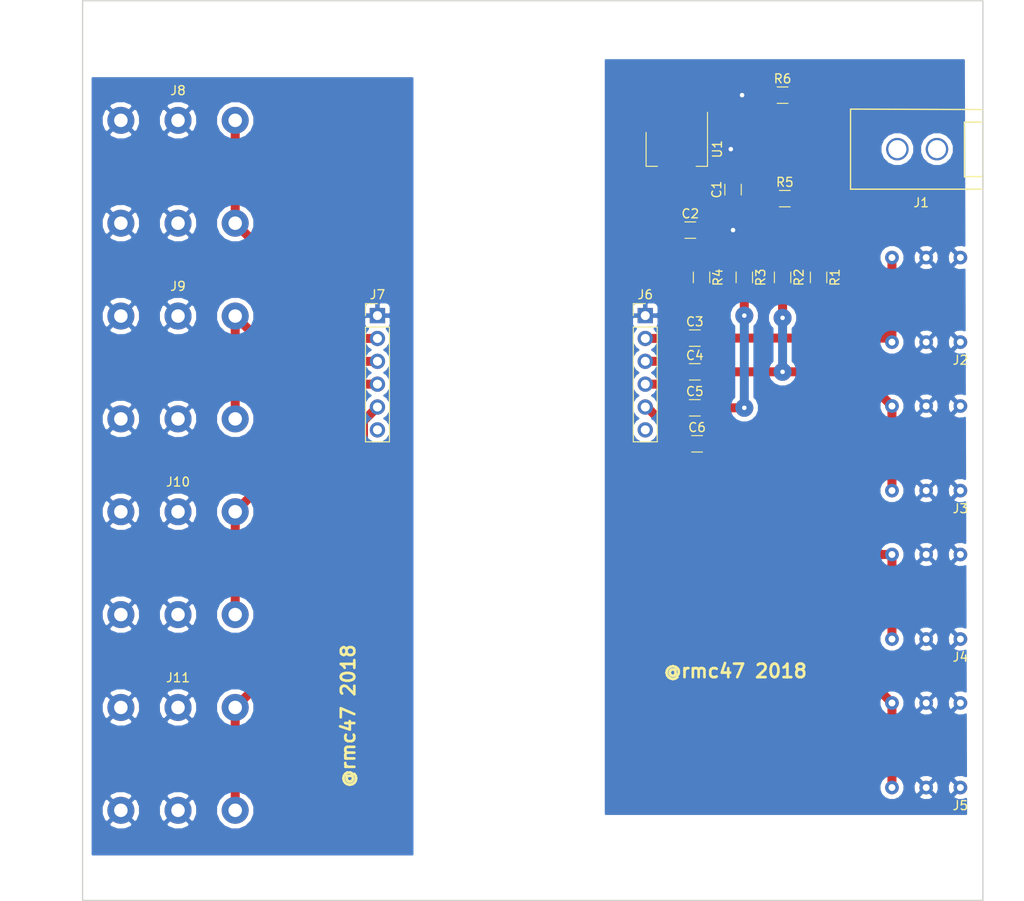
<source format=kicad_pcb>
(kicad_pcb (version 20171130) (host pcbnew "(5.0.1)-4")

  (general
    (thickness 1.6)
    (drawings 6)
    (tracks 88)
    (zones 0)
    (modules 24)
    (nets 19)
  )

  (page A4)
  (layers
    (0 F.Cu signal)
    (31 B.Cu signal)
    (32 B.Adhes user)
    (33 F.Adhes user)
    (34 B.Paste user)
    (35 F.Paste user)
    (36 B.SilkS user)
    (37 F.SilkS user)
    (38 B.Mask user)
    (39 F.Mask user)
    (40 Dwgs.User user)
    (41 Cmts.User user)
    (42 Eco1.User user)
    (43 Eco2.User user)
    (44 Edge.Cuts user)
    (45 Margin user)
    (46 B.CrtYd user)
    (47 F.CrtYd user)
    (48 B.Fab user)
    (49 F.Fab user)
  )

  (setup
    (last_trace_width 1)
    (user_trace_width 0.5)
    (user_trace_width 1)
    (trace_clearance 0.2)
    (zone_clearance 0.508)
    (zone_45_only no)
    (trace_min 0.2)
    (segment_width 0.2)
    (edge_width 0.15)
    (via_size 0.8)
    (via_drill 0.4)
    (via_min_size 0.4)
    (via_min_drill 0.3)
    (user_via 2 0.5)
    (uvia_size 0.3)
    (uvia_drill 0.1)
    (uvias_allowed no)
    (uvia_min_size 0.2)
    (uvia_min_drill 0.1)
    (pcb_text_width 0.3)
    (pcb_text_size 1.5 1.5)
    (mod_edge_width 0.15)
    (mod_text_size 1 1)
    (mod_text_width 0.15)
    (pad_size 1.524 1.524)
    (pad_drill 0.762)
    (pad_to_mask_clearance 0.051)
    (solder_mask_min_width 0.25)
    (aux_axis_origin 0 0)
    (grid_origin 78.75 52.5)
    (visible_elements FFFFFF7F)
    (pcbplotparams
      (layerselection 0x010f0_ffffffff)
      (usegerberextensions true)
      (usegerberattributes false)
      (usegerberadvancedattributes false)
      (creategerberjobfile false)
      (excludeedgelayer true)
      (linewidth 0.100000)
      (plotframeref false)
      (viasonmask false)
      (mode 1)
      (useauxorigin false)
      (hpglpennumber 1)
      (hpglpenspeed 20)
      (hpglpendiameter 15.000000)
      (psnegative false)
      (psa4output false)
      (plotreference true)
      (plotvalue true)
      (plotinvisibletext false)
      (padsonsilk false)
      (subtractmaskfromsilk false)
      (outputformat 1)
      (mirror false)
      (drillshape 0)
      (scaleselection 1)
      (outputdirectory "MicBiasBox-Split-Output/"))
  )

  (net 0 "")
  (net 1 GND)
  (net 2 "Net-(C1-Pad1)")
  (net 3 "Net-(C2-Pad1)")
  (net 4 "Net-(C3-Pad2)")
  (net 5 "Net-(C3-Pad1)")
  (net 6 "Net-(C4-Pad1)")
  (net 7 "Net-(C4-Pad2)")
  (net 8 "Net-(C5-Pad2)")
  (net 9 "Net-(C5-Pad1)")
  (net 10 "Net-(C6-Pad1)")
  (net 11 "Net-(C6-Pad2)")
  (net 12 "Net-(J10-PadR)")
  (net 13 "Net-(J7-Pad2)")
  (net 14 "Net-(J7-Pad3)")
  (net 15 "Net-(J10-PadT)")
  (net 16 "Net-(J11-PadT)")
  (net 17 "Net-(J1-Pad1)")
  (net 18 "Net-(J1-Pad2)")

  (net_class Default "This is the default net class."
    (clearance 0.2)
    (trace_width 0.25)
    (via_dia 0.8)
    (via_drill 0.4)
    (uvia_dia 0.3)
    (uvia_drill 0.1)
    (add_net GND)
    (add_net "Net-(C1-Pad1)")
    (add_net "Net-(C2-Pad1)")
    (add_net "Net-(C3-Pad1)")
    (add_net "Net-(C3-Pad2)")
    (add_net "Net-(C4-Pad1)")
    (add_net "Net-(C4-Pad2)")
    (add_net "Net-(C5-Pad1)")
    (add_net "Net-(C5-Pad2)")
    (add_net "Net-(C6-Pad1)")
    (add_net "Net-(C6-Pad2)")
    (add_net "Net-(J1-Pad1)")
    (add_net "Net-(J1-Pad2)")
    (add_net "Net-(J10-PadR)")
    (add_net "Net-(J10-PadT)")
    (add_net "Net-(J11-PadT)")
    (add_net "Net-(J7-Pad2)")
    (add_net "Net-(J7-Pad3)")
  )

  (module Capacitor_SMD:C_1206_3216Metric_Pad1.42x1.75mm_HandSolder (layer F.Cu) (tedit 5B301BBE) (tstamp 5C32A229)
    (at 151 73.5 90)
    (descr "Capacitor SMD 1206 (3216 Metric), square (rectangular) end terminal, IPC_7351 nominal with elongated pad for handsoldering. (Body size source: http://www.tortai-tech.com/upload/download/2011102023233369053.pdf), generated with kicad-footprint-generator")
    (tags "capacitor handsolder")
    (path /5C02BFF4)
    (attr smd)
    (fp_text reference C1 (at 0 -1.82 90) (layer F.SilkS)
      (effects (font (size 1 1) (thickness 0.15)))
    )
    (fp_text value C (at 0 1.82 90) (layer F.Fab)
      (effects (font (size 1 1) (thickness 0.15)))
    )
    (fp_text user %R (at 0 0 90) (layer F.Fab)
      (effects (font (size 0.8 0.8) (thickness 0.12)))
    )
    (fp_line (start 2.45 1.12) (end -2.45 1.12) (layer F.CrtYd) (width 0.05))
    (fp_line (start 2.45 -1.12) (end 2.45 1.12) (layer F.CrtYd) (width 0.05))
    (fp_line (start -2.45 -1.12) (end 2.45 -1.12) (layer F.CrtYd) (width 0.05))
    (fp_line (start -2.45 1.12) (end -2.45 -1.12) (layer F.CrtYd) (width 0.05))
    (fp_line (start -0.602064 0.91) (end 0.602064 0.91) (layer F.SilkS) (width 0.12))
    (fp_line (start -0.602064 -0.91) (end 0.602064 -0.91) (layer F.SilkS) (width 0.12))
    (fp_line (start 1.6 0.8) (end -1.6 0.8) (layer F.Fab) (width 0.1))
    (fp_line (start 1.6 -0.8) (end 1.6 0.8) (layer F.Fab) (width 0.1))
    (fp_line (start -1.6 -0.8) (end 1.6 -0.8) (layer F.Fab) (width 0.1))
    (fp_line (start -1.6 0.8) (end -1.6 -0.8) (layer F.Fab) (width 0.1))
    (pad 2 smd roundrect (at 1.4875 0 90) (size 1.425 1.75) (layers F.Cu F.Paste F.Mask) (roundrect_rratio 0.175439)
      (net 1 GND))
    (pad 1 smd roundrect (at -1.4875 0 90) (size 1.425 1.75) (layers F.Cu F.Paste F.Mask) (roundrect_rratio 0.175439)
      (net 2 "Net-(C1-Pad1)"))
    (model ${KISYS3DMOD}/Capacitor_SMD.3dshapes/C_1206_3216Metric.wrl
      (at (xyz 0 0 0))
      (scale (xyz 1 1 1))
      (rotate (xyz 0 0 0))
    )
  )

  (module Capacitor_SMD:C_1206_3216Metric_Pad1.42x1.75mm_HandSolder (layer F.Cu) (tedit 5B301BBE) (tstamp 5C32A23A)
    (at 146.25 78)
    (descr "Capacitor SMD 1206 (3216 Metric), square (rectangular) end terminal, IPC_7351 nominal with elongated pad for handsoldering. (Body size source: http://www.tortai-tech.com/upload/download/2011102023233369053.pdf), generated with kicad-footprint-generator")
    (tags "capacitor handsolder")
    (path /5C02C096)
    (attr smd)
    (fp_text reference C2 (at 0 -1.82) (layer F.SilkS)
      (effects (font (size 1 1) (thickness 0.15)))
    )
    (fp_text value C (at 0 1.82) (layer F.Fab)
      (effects (font (size 1 1) (thickness 0.15)))
    )
    (fp_line (start -1.6 0.8) (end -1.6 -0.8) (layer F.Fab) (width 0.1))
    (fp_line (start -1.6 -0.8) (end 1.6 -0.8) (layer F.Fab) (width 0.1))
    (fp_line (start 1.6 -0.8) (end 1.6 0.8) (layer F.Fab) (width 0.1))
    (fp_line (start 1.6 0.8) (end -1.6 0.8) (layer F.Fab) (width 0.1))
    (fp_line (start -0.602064 -0.91) (end 0.602064 -0.91) (layer F.SilkS) (width 0.12))
    (fp_line (start -0.602064 0.91) (end 0.602064 0.91) (layer F.SilkS) (width 0.12))
    (fp_line (start -2.45 1.12) (end -2.45 -1.12) (layer F.CrtYd) (width 0.05))
    (fp_line (start -2.45 -1.12) (end 2.45 -1.12) (layer F.CrtYd) (width 0.05))
    (fp_line (start 2.45 -1.12) (end 2.45 1.12) (layer F.CrtYd) (width 0.05))
    (fp_line (start 2.45 1.12) (end -2.45 1.12) (layer F.CrtYd) (width 0.05))
    (fp_text user %R (at 0 0) (layer F.Fab)
      (effects (font (size 0.8 0.8) (thickness 0.12)))
    )
    (pad 1 smd roundrect (at -1.4875 0) (size 1.425 1.75) (layers F.Cu F.Paste F.Mask) (roundrect_rratio 0.175439)
      (net 3 "Net-(C2-Pad1)"))
    (pad 2 smd roundrect (at 1.4875 0) (size 1.425 1.75) (layers F.Cu F.Paste F.Mask) (roundrect_rratio 0.175439)
      (net 1 GND))
    (model ${KISYS3DMOD}/Capacitor_SMD.3dshapes/C_1206_3216Metric.wrl
      (at (xyz 0 0 0))
      (scale (xyz 1 1 1))
      (rotate (xyz 0 0 0))
    )
  )

  (module Capacitor_SMD:C_1206_3216Metric_Pad1.42x1.75mm_HandSolder (layer F.Cu) (tedit 5B301BBE) (tstamp 5C32A24B)
    (at 146.75 90)
    (descr "Capacitor SMD 1206 (3216 Metric), square (rectangular) end terminal, IPC_7351 nominal with elongated pad for handsoldering. (Body size source: http://www.tortai-tech.com/upload/download/2011102023233369053.pdf), generated with kicad-footprint-generator")
    (tags "capacitor handsolder")
    (path /5C062E2D)
    (attr smd)
    (fp_text reference C3 (at 0 -1.82) (layer F.SilkS)
      (effects (font (size 1 1) (thickness 0.15)))
    )
    (fp_text value C (at 0 1.82) (layer F.Fab)
      (effects (font (size 1 1) (thickness 0.15)))
    )
    (fp_text user %R (at 0 0) (layer F.Fab)
      (effects (font (size 0.8 0.8) (thickness 0.12)))
    )
    (fp_line (start 2.45 1.12) (end -2.45 1.12) (layer F.CrtYd) (width 0.05))
    (fp_line (start 2.45 -1.12) (end 2.45 1.12) (layer F.CrtYd) (width 0.05))
    (fp_line (start -2.45 -1.12) (end 2.45 -1.12) (layer F.CrtYd) (width 0.05))
    (fp_line (start -2.45 1.12) (end -2.45 -1.12) (layer F.CrtYd) (width 0.05))
    (fp_line (start -0.602064 0.91) (end 0.602064 0.91) (layer F.SilkS) (width 0.12))
    (fp_line (start -0.602064 -0.91) (end 0.602064 -0.91) (layer F.SilkS) (width 0.12))
    (fp_line (start 1.6 0.8) (end -1.6 0.8) (layer F.Fab) (width 0.1))
    (fp_line (start 1.6 -0.8) (end 1.6 0.8) (layer F.Fab) (width 0.1))
    (fp_line (start -1.6 -0.8) (end 1.6 -0.8) (layer F.Fab) (width 0.1))
    (fp_line (start -1.6 0.8) (end -1.6 -0.8) (layer F.Fab) (width 0.1))
    (pad 2 smd roundrect (at 1.4875 0) (size 1.425 1.75) (layers F.Cu F.Paste F.Mask) (roundrect_rratio 0.175439)
      (net 4 "Net-(C3-Pad2)"))
    (pad 1 smd roundrect (at -1.4875 0) (size 1.425 1.75) (layers F.Cu F.Paste F.Mask) (roundrect_rratio 0.175439)
      (net 5 "Net-(C3-Pad1)"))
    (model ${KISYS3DMOD}/Capacitor_SMD.3dshapes/C_1206_3216Metric.wrl
      (at (xyz 0 0 0))
      (scale (xyz 1 1 1))
      (rotate (xyz 0 0 0))
    )
  )

  (module Capacitor_SMD:C_1206_3216Metric_Pad1.42x1.75mm_HandSolder (layer F.Cu) (tedit 5B301BBE) (tstamp 5C32A25C)
    (at 146.75 93.75)
    (descr "Capacitor SMD 1206 (3216 Metric), square (rectangular) end terminal, IPC_7351 nominal with elongated pad for handsoldering. (Body size source: http://www.tortai-tech.com/upload/download/2011102023233369053.pdf), generated with kicad-footprint-generator")
    (tags "capacitor handsolder")
    (path /5C062EDC)
    (attr smd)
    (fp_text reference C4 (at 0 -1.82) (layer F.SilkS)
      (effects (font (size 1 1) (thickness 0.15)))
    )
    (fp_text value C (at 0 1.82) (layer F.Fab)
      (effects (font (size 1 1) (thickness 0.15)))
    )
    (fp_line (start -1.6 0.8) (end -1.6 -0.8) (layer F.Fab) (width 0.1))
    (fp_line (start -1.6 -0.8) (end 1.6 -0.8) (layer F.Fab) (width 0.1))
    (fp_line (start 1.6 -0.8) (end 1.6 0.8) (layer F.Fab) (width 0.1))
    (fp_line (start 1.6 0.8) (end -1.6 0.8) (layer F.Fab) (width 0.1))
    (fp_line (start -0.602064 -0.91) (end 0.602064 -0.91) (layer F.SilkS) (width 0.12))
    (fp_line (start -0.602064 0.91) (end 0.602064 0.91) (layer F.SilkS) (width 0.12))
    (fp_line (start -2.45 1.12) (end -2.45 -1.12) (layer F.CrtYd) (width 0.05))
    (fp_line (start -2.45 -1.12) (end 2.45 -1.12) (layer F.CrtYd) (width 0.05))
    (fp_line (start 2.45 -1.12) (end 2.45 1.12) (layer F.CrtYd) (width 0.05))
    (fp_line (start 2.45 1.12) (end -2.45 1.12) (layer F.CrtYd) (width 0.05))
    (fp_text user %R (at 0 0) (layer F.Fab)
      (effects (font (size 0.8 0.8) (thickness 0.12)))
    )
    (pad 1 smd roundrect (at -1.4875 0) (size 1.425 1.75) (layers F.Cu F.Paste F.Mask) (roundrect_rratio 0.175439)
      (net 6 "Net-(C4-Pad1)"))
    (pad 2 smd roundrect (at 1.4875 0) (size 1.425 1.75) (layers F.Cu F.Paste F.Mask) (roundrect_rratio 0.175439)
      (net 7 "Net-(C4-Pad2)"))
    (model ${KISYS3DMOD}/Capacitor_SMD.3dshapes/C_1206_3216Metric.wrl
      (at (xyz 0 0 0))
      (scale (xyz 1 1 1))
      (rotate (xyz 0 0 0))
    )
  )

  (module Capacitor_SMD:C_1206_3216Metric_Pad1.42x1.75mm_HandSolder (layer F.Cu) (tedit 5B301BBE) (tstamp 5C32A26D)
    (at 146.75 97.75)
    (descr "Capacitor SMD 1206 (3216 Metric), square (rectangular) end terminal, IPC_7351 nominal with elongated pad for handsoldering. (Body size source: http://www.tortai-tech.com/upload/download/2011102023233369053.pdf), generated with kicad-footprint-generator")
    (tags "capacitor handsolder")
    (path /5C062F6B)
    (attr smd)
    (fp_text reference C5 (at 0 -1.82) (layer F.SilkS)
      (effects (font (size 1 1) (thickness 0.15)))
    )
    (fp_text value C (at 0 1.82) (layer F.Fab)
      (effects (font (size 1 1) (thickness 0.15)))
    )
    (fp_text user %R (at 0 0) (layer F.Fab)
      (effects (font (size 0.8 0.8) (thickness 0.12)))
    )
    (fp_line (start 2.45 1.12) (end -2.45 1.12) (layer F.CrtYd) (width 0.05))
    (fp_line (start 2.45 -1.12) (end 2.45 1.12) (layer F.CrtYd) (width 0.05))
    (fp_line (start -2.45 -1.12) (end 2.45 -1.12) (layer F.CrtYd) (width 0.05))
    (fp_line (start -2.45 1.12) (end -2.45 -1.12) (layer F.CrtYd) (width 0.05))
    (fp_line (start -0.602064 0.91) (end 0.602064 0.91) (layer F.SilkS) (width 0.12))
    (fp_line (start -0.602064 -0.91) (end 0.602064 -0.91) (layer F.SilkS) (width 0.12))
    (fp_line (start 1.6 0.8) (end -1.6 0.8) (layer F.Fab) (width 0.1))
    (fp_line (start 1.6 -0.8) (end 1.6 0.8) (layer F.Fab) (width 0.1))
    (fp_line (start -1.6 -0.8) (end 1.6 -0.8) (layer F.Fab) (width 0.1))
    (fp_line (start -1.6 0.8) (end -1.6 -0.8) (layer F.Fab) (width 0.1))
    (pad 2 smd roundrect (at 1.4875 0) (size 1.425 1.75) (layers F.Cu F.Paste F.Mask) (roundrect_rratio 0.175439)
      (net 8 "Net-(C5-Pad2)"))
    (pad 1 smd roundrect (at -1.4875 0) (size 1.425 1.75) (layers F.Cu F.Paste F.Mask) (roundrect_rratio 0.175439)
      (net 9 "Net-(C5-Pad1)"))
    (model ${KISYS3DMOD}/Capacitor_SMD.3dshapes/C_1206_3216Metric.wrl
      (at (xyz 0 0 0))
      (scale (xyz 1 1 1))
      (rotate (xyz 0 0 0))
    )
  )

  (module Capacitor_SMD:C_1206_3216Metric_Pad1.42x1.75mm_HandSolder (layer F.Cu) (tedit 5B301BBE) (tstamp 5C32A27E)
    (at 147 101.75)
    (descr "Capacitor SMD 1206 (3216 Metric), square (rectangular) end terminal, IPC_7351 nominal with elongated pad for handsoldering. (Body size source: http://www.tortai-tech.com/upload/download/2011102023233369053.pdf), generated with kicad-footprint-generator")
    (tags "capacitor handsolder")
    (path /5C063007)
    (attr smd)
    (fp_text reference C6 (at 0 -1.82) (layer F.SilkS)
      (effects (font (size 1 1) (thickness 0.15)))
    )
    (fp_text value C (at 0 1.82) (layer F.Fab)
      (effects (font (size 1 1) (thickness 0.15)))
    )
    (fp_line (start -1.6 0.8) (end -1.6 -0.8) (layer F.Fab) (width 0.1))
    (fp_line (start -1.6 -0.8) (end 1.6 -0.8) (layer F.Fab) (width 0.1))
    (fp_line (start 1.6 -0.8) (end 1.6 0.8) (layer F.Fab) (width 0.1))
    (fp_line (start 1.6 0.8) (end -1.6 0.8) (layer F.Fab) (width 0.1))
    (fp_line (start -0.602064 -0.91) (end 0.602064 -0.91) (layer F.SilkS) (width 0.12))
    (fp_line (start -0.602064 0.91) (end 0.602064 0.91) (layer F.SilkS) (width 0.12))
    (fp_line (start -2.45 1.12) (end -2.45 -1.12) (layer F.CrtYd) (width 0.05))
    (fp_line (start -2.45 -1.12) (end 2.45 -1.12) (layer F.CrtYd) (width 0.05))
    (fp_line (start 2.45 -1.12) (end 2.45 1.12) (layer F.CrtYd) (width 0.05))
    (fp_line (start 2.45 1.12) (end -2.45 1.12) (layer F.CrtYd) (width 0.05))
    (fp_text user %R (at 0 0) (layer F.Fab)
      (effects (font (size 0.8 0.8) (thickness 0.12)))
    )
    (pad 1 smd roundrect (at -1.4875 0) (size 1.425 1.75) (layers F.Cu F.Paste F.Mask) (roundrect_rratio 0.175439)
      (net 10 "Net-(C6-Pad1)"))
    (pad 2 smd roundrect (at 1.4875 0) (size 1.425 1.75) (layers F.Cu F.Paste F.Mask) (roundrect_rratio 0.175439)
      (net 11 "Net-(C6-Pad2)"))
    (model ${KISYS3DMOD}/Capacitor_SMD.3dshapes/C_1206_3216Metric.wrl
      (at (xyz 0 0 0))
      (scale (xyz 1 1 1))
      (rotate (xyz 0 0 0))
    )
  )

  (module M0VFC:Cliff_FC68148S_2.1mm_DC_Jack_SMD (layer F.Cu) (tedit 5C01811A) (tstamp 5C32A293)
    (at 178.75 69 180)
    (path /5C02C197)
    (fp_text reference J1 (at 6.85 -5.95 180) (layer F.SilkS)
      (effects (font (size 1 1) (thickness 0.15)))
    )
    (fp_text value Barrel_Jack (at 6.85 -6.95 180) (layer F.Fab)
      (effects (font (size 1 1) (thickness 0.15)))
    )
    (fp_line (start 0 -4.45) (end 14.7 -4.45) (layer F.CrtYd) (width 0.15))
    (fp_line (start 14.7 -4.45) (end 14.7 4.45) (layer F.CrtYd) (width 0.15))
    (fp_line (start 14.7 4.45) (end 0 4.45) (layer F.CrtYd) (width 0.15))
    (fp_line (start 0 4.45) (end 0 -4.45) (layer F.CrtYd) (width 0.15))
    (fp_line (start 0 4.4) (end 14.7 4.45) (layer F.SilkS) (width 0.15))
    (fp_line (start 14.7 4.45) (end 14.7 -4.45) (layer F.SilkS) (width 0.15))
    (fp_line (start 14.7 -4.45) (end 0 -4.45) (layer F.SilkS) (width 0.15))
    (fp_line (start 0 -4.45) (end 0 4.4) (layer F.SilkS) (width 0.15))
    (fp_line (start -0.05 -3.05) (end 2.05 -3.05) (layer F.SilkS) (width 0.15))
    (fp_line (start 0 3) (end 2.05 3) (layer F.SilkS) (width 0.15))
    (fp_line (start 2.05 3) (end 2.05 -3.1) (layer F.SilkS) (width 0.15))
    (pad 1 smd rect (at 5 -5.95 180) (size 2.5 3.5) (layers F.Cu F.Paste F.Mask)
      (net 17 "Net-(J1-Pad1)"))
    (pad 1 smd rect (at 11 -5.95 180) (size 2.5 3.5) (layers F.Cu F.Paste F.Mask)
      (net 17 "Net-(J1-Pad1)"))
    (pad 2 smd rect (at 11 5.95 180) (size 2.5 3.5) (layers F.Cu F.Paste F.Mask)
      (net 18 "Net-(J1-Pad2)"))
    (pad 3 smd rect (at 5 5.95 180) (size 2.5 3.5) (layers F.Cu F.Paste F.Mask))
    (pad "" np_thru_hole circle (at 5.1 0 180) (size 2.5 2.5) (drill 2) (layers *.Cu *.Mask))
    (pad "" np_thru_hole circle (at 9.5 0 180) (size 2.5 2.5) (drill 2) (layers *.Cu *.Mask))
  )

  (module M0VFC:Cliff_FCR1295_S9_BBB_3.5mm_Jack_Stereo (layer F.Cu) (tedit 5C019648) (tstamp 5C32A2A4)
    (at 176.25 85.75 180)
    (path /5C02C283)
    (fp_text reference J2 (at 0 -6.7 180) (layer F.SilkS)
      (effects (font (size 1 1) (thickness 0.15)))
    )
    (fp_text value AudioJack3_Switch (at 0 -7.7 180) (layer F.Fab)
      (effects (font (size 1 1) (thickness 0.15)))
    )
    (fp_line (start -2.4 5.4) (end -2.4 -5.4) (layer F.CrtYd) (width 0.15))
    (fp_line (start -2.4 -5.4) (end 10 -5.4) (layer F.CrtYd) (width 0.15))
    (fp_line (start 10 -5.4) (end 10 5.4) (layer F.CrtYd) (width 0.15))
    (fp_line (start 10 5.4) (end -2.4 5.4) (layer F.CrtYd) (width 0.15))
    (fp_line (start -2.4 3.5) (end -3.9 3.5) (layer F.CrtYd) (width 0.15))
    (fp_line (start -3.9 3.5) (end -3.9 -3.5) (layer F.CrtYd) (width 0.15))
    (fp_line (start -3.9 -3.5) (end -2.4 -3.5) (layer F.CrtYd) (width 0.15))
    (pad SN thru_hole circle (at 0 -4.7 180) (size 1.524 1.524) (drill 0.762) (layers *.Cu *.Mask)
      (net 1 GND))
    (pad RN thru_hole circle (at 3.8 -4.7 180) (size 1.524 1.524) (drill 0.762) (layers *.Cu *.Mask)
      (net 1 GND))
    (pad TN thru_hole circle (at 7.6 -4.7 180) (size 1.524 1.524) (drill 0.762) (layers *.Cu *.Mask)
      (net 4 "Net-(C3-Pad2)"))
    (pad S thru_hole circle (at 0 4.7 180) (size 1.524 1.524) (drill 0.762) (layers *.Cu *.Mask)
      (net 1 GND))
    (pad R thru_hole circle (at 3.8 4.7 180) (size 1.524 1.524) (drill 0.762) (layers *.Cu *.Mask)
      (net 1 GND))
    (pad T thru_hole circle (at 7.6 4.7 180) (size 1.524 1.524) (drill 0.762) (layers *.Cu *.Mask)
      (net 4 "Net-(C3-Pad2)"))
  )

  (module M0VFC:Cliff_FCR1295_S9_BBB_3.5mm_Jack_Stereo (layer F.Cu) (tedit 5C019648) (tstamp 5C32A2B5)
    (at 176.25 102.25 180)
    (path /5C02C2D9)
    (fp_text reference J3 (at 0 -6.7 180) (layer F.SilkS)
      (effects (font (size 1 1) (thickness 0.15)))
    )
    (fp_text value AudioJack3_Switch (at 0 -7.7 180) (layer F.Fab)
      (effects (font (size 1 1) (thickness 0.15)))
    )
    (fp_line (start -3.9 -3.5) (end -2.4 -3.5) (layer F.CrtYd) (width 0.15))
    (fp_line (start -3.9 3.5) (end -3.9 -3.5) (layer F.CrtYd) (width 0.15))
    (fp_line (start -2.4 3.5) (end -3.9 3.5) (layer F.CrtYd) (width 0.15))
    (fp_line (start 10 5.4) (end -2.4 5.4) (layer F.CrtYd) (width 0.15))
    (fp_line (start 10 -5.4) (end 10 5.4) (layer F.CrtYd) (width 0.15))
    (fp_line (start -2.4 -5.4) (end 10 -5.4) (layer F.CrtYd) (width 0.15))
    (fp_line (start -2.4 5.4) (end -2.4 -5.4) (layer F.CrtYd) (width 0.15))
    (pad T thru_hole circle (at 7.6 4.7 180) (size 1.524 1.524) (drill 0.762) (layers *.Cu *.Mask)
      (net 7 "Net-(C4-Pad2)"))
    (pad R thru_hole circle (at 3.8 4.7 180) (size 1.524 1.524) (drill 0.762) (layers *.Cu *.Mask)
      (net 1 GND))
    (pad S thru_hole circle (at 0 4.7 180) (size 1.524 1.524) (drill 0.762) (layers *.Cu *.Mask)
      (net 1 GND))
    (pad TN thru_hole circle (at 7.6 -4.7 180) (size 1.524 1.524) (drill 0.762) (layers *.Cu *.Mask)
      (net 7 "Net-(C4-Pad2)"))
    (pad RN thru_hole circle (at 3.8 -4.7 180) (size 1.524 1.524) (drill 0.762) (layers *.Cu *.Mask)
      (net 1 GND))
    (pad SN thru_hole circle (at 0 -4.7 180) (size 1.524 1.524) (drill 0.762) (layers *.Cu *.Mask)
      (net 1 GND))
  )

  (module M0VFC:Cliff_FCR1295_S9_BBB_3.5mm_Jack_Stereo (layer F.Cu) (tedit 5C019648) (tstamp 5C32A2C6)
    (at 176.25 118.75 180)
    (path /5C02C31B)
    (fp_text reference J4 (at 0 -6.7 180) (layer F.SilkS)
      (effects (font (size 1 1) (thickness 0.15)))
    )
    (fp_text value AudioJack3_Switch (at 0 -7.7 180) (layer F.Fab)
      (effects (font (size 1 1) (thickness 0.15)))
    )
    (fp_line (start -2.4 5.4) (end -2.4 -5.4) (layer F.CrtYd) (width 0.15))
    (fp_line (start -2.4 -5.4) (end 10 -5.4) (layer F.CrtYd) (width 0.15))
    (fp_line (start 10 -5.4) (end 10 5.4) (layer F.CrtYd) (width 0.15))
    (fp_line (start 10 5.4) (end -2.4 5.4) (layer F.CrtYd) (width 0.15))
    (fp_line (start -2.4 3.5) (end -3.9 3.5) (layer F.CrtYd) (width 0.15))
    (fp_line (start -3.9 3.5) (end -3.9 -3.5) (layer F.CrtYd) (width 0.15))
    (fp_line (start -3.9 -3.5) (end -2.4 -3.5) (layer F.CrtYd) (width 0.15))
    (pad SN thru_hole circle (at 0 -4.7 180) (size 1.524 1.524) (drill 0.762) (layers *.Cu *.Mask)
      (net 1 GND))
    (pad RN thru_hole circle (at 3.8 -4.7 180) (size 1.524 1.524) (drill 0.762) (layers *.Cu *.Mask)
      (net 1 GND))
    (pad TN thru_hole circle (at 7.6 -4.7 180) (size 1.524 1.524) (drill 0.762) (layers *.Cu *.Mask)
      (net 8 "Net-(C5-Pad2)"))
    (pad S thru_hole circle (at 0 4.7 180) (size 1.524 1.524) (drill 0.762) (layers *.Cu *.Mask)
      (net 1 GND))
    (pad R thru_hole circle (at 3.8 4.7 180) (size 1.524 1.524) (drill 0.762) (layers *.Cu *.Mask)
      (net 1 GND))
    (pad T thru_hole circle (at 7.6 4.7 180) (size 1.524 1.524) (drill 0.762) (layers *.Cu *.Mask)
      (net 8 "Net-(C5-Pad2)"))
  )

  (module M0VFC:Cliff_FCR1295_S9_BBB_3.5mm_Jack_Stereo (layer F.Cu) (tedit 5C019648) (tstamp 5C32A2D7)
    (at 176.25 135.25 180)
    (path /5C02C369)
    (fp_text reference J5 (at 0 -6.7 180) (layer F.SilkS)
      (effects (font (size 1 1) (thickness 0.15)))
    )
    (fp_text value AudioJack3_Switch (at 0 -7.7 180) (layer F.Fab)
      (effects (font (size 1 1) (thickness 0.15)))
    )
    (fp_line (start -3.9 -3.5) (end -2.4 -3.5) (layer F.CrtYd) (width 0.15))
    (fp_line (start -3.9 3.5) (end -3.9 -3.5) (layer F.CrtYd) (width 0.15))
    (fp_line (start -2.4 3.5) (end -3.9 3.5) (layer F.CrtYd) (width 0.15))
    (fp_line (start 10 5.4) (end -2.4 5.4) (layer F.CrtYd) (width 0.15))
    (fp_line (start 10 -5.4) (end 10 5.4) (layer F.CrtYd) (width 0.15))
    (fp_line (start -2.4 -5.4) (end 10 -5.4) (layer F.CrtYd) (width 0.15))
    (fp_line (start -2.4 5.4) (end -2.4 -5.4) (layer F.CrtYd) (width 0.15))
    (pad T thru_hole circle (at 7.6 4.7 180) (size 1.524 1.524) (drill 0.762) (layers *.Cu *.Mask)
      (net 11 "Net-(C6-Pad2)"))
    (pad R thru_hole circle (at 3.8 4.7 180) (size 1.524 1.524) (drill 0.762) (layers *.Cu *.Mask)
      (net 1 GND))
    (pad S thru_hole circle (at 0 4.7 180) (size 1.524 1.524) (drill 0.762) (layers *.Cu *.Mask)
      (net 1 GND))
    (pad TN thru_hole circle (at 7.6 -4.7 180) (size 1.524 1.524) (drill 0.762) (layers *.Cu *.Mask)
      (net 11 "Net-(C6-Pad2)"))
    (pad RN thru_hole circle (at 3.8 -4.7 180) (size 1.524 1.524) (drill 0.762) (layers *.Cu *.Mask)
      (net 1 GND))
    (pad SN thru_hole circle (at 0 -4.7 180) (size 1.524 1.524) (drill 0.762) (layers *.Cu *.Mask)
      (net 1 GND))
  )

  (module Connector_PinHeader_2.54mm:PinHeader_1x06_P2.54mm_Vertical (layer F.Cu) (tedit 59FED5CC) (tstamp 5C32A2F1)
    (at 141.25 87.5)
    (descr "Through hole straight pin header, 1x06, 2.54mm pitch, single row")
    (tags "Through hole pin header THT 1x06 2.54mm single row")
    (path /5C02C44F)
    (fp_text reference J6 (at 0 -2.33) (layer F.SilkS)
      (effects (font (size 1 1) (thickness 0.15)))
    )
    (fp_text value Conn_01x06_Male (at 0 15.03) (layer F.Fab)
      (effects (font (size 1 1) (thickness 0.15)))
    )
    (fp_text user %R (at 0 6.35 90) (layer F.Fab)
      (effects (font (size 1 1) (thickness 0.15)))
    )
    (fp_line (start 1.8 -1.8) (end -1.8 -1.8) (layer F.CrtYd) (width 0.05))
    (fp_line (start 1.8 14.5) (end 1.8 -1.8) (layer F.CrtYd) (width 0.05))
    (fp_line (start -1.8 14.5) (end 1.8 14.5) (layer F.CrtYd) (width 0.05))
    (fp_line (start -1.8 -1.8) (end -1.8 14.5) (layer F.CrtYd) (width 0.05))
    (fp_line (start -1.33 -1.33) (end 0 -1.33) (layer F.SilkS) (width 0.12))
    (fp_line (start -1.33 0) (end -1.33 -1.33) (layer F.SilkS) (width 0.12))
    (fp_line (start -1.33 1.27) (end 1.33 1.27) (layer F.SilkS) (width 0.12))
    (fp_line (start 1.33 1.27) (end 1.33 14.03) (layer F.SilkS) (width 0.12))
    (fp_line (start -1.33 1.27) (end -1.33 14.03) (layer F.SilkS) (width 0.12))
    (fp_line (start -1.33 14.03) (end 1.33 14.03) (layer F.SilkS) (width 0.12))
    (fp_line (start -1.27 -0.635) (end -0.635 -1.27) (layer F.Fab) (width 0.1))
    (fp_line (start -1.27 13.97) (end -1.27 -0.635) (layer F.Fab) (width 0.1))
    (fp_line (start 1.27 13.97) (end -1.27 13.97) (layer F.Fab) (width 0.1))
    (fp_line (start 1.27 -1.27) (end 1.27 13.97) (layer F.Fab) (width 0.1))
    (fp_line (start -0.635 -1.27) (end 1.27 -1.27) (layer F.Fab) (width 0.1))
    (pad 6 thru_hole oval (at 0 12.7) (size 1.7 1.7) (drill 1) (layers *.Cu *.Mask))
    (pad 5 thru_hole oval (at 0 10.16) (size 1.7 1.7) (drill 1) (layers *.Cu *.Mask)
      (net 10 "Net-(C6-Pad1)"))
    (pad 4 thru_hole oval (at 0 7.62) (size 1.7 1.7) (drill 1) (layers *.Cu *.Mask)
      (net 9 "Net-(C5-Pad1)"))
    (pad 3 thru_hole oval (at 0 5.08) (size 1.7 1.7) (drill 1) (layers *.Cu *.Mask)
      (net 6 "Net-(C4-Pad1)"))
    (pad 2 thru_hole oval (at 0 2.54) (size 1.7 1.7) (drill 1) (layers *.Cu *.Mask)
      (net 5 "Net-(C3-Pad1)"))
    (pad 1 thru_hole rect (at 0 0) (size 1.7 1.7) (drill 1) (layers *.Cu *.Mask)
      (net 1 GND))
    (model ${KISYS3DMOD}/Connector_PinHeader_2.54mm.3dshapes/PinHeader_1x06_P2.54mm_Vertical.wrl
      (at (xyz 0 0 0))
      (scale (xyz 1 1 1))
      (rotate (xyz 0 0 0))
    )
  )

  (module Connector_PinHeader_2.54mm:PinHeader_1x06_P2.54mm_Vertical (layer F.Cu) (tedit 59FED5CC) (tstamp 5C32A30B)
    (at 111.5 87.5)
    (descr "Through hole straight pin header, 1x06, 2.54mm pitch, single row")
    (tags "Through hole pin header THT 1x06 2.54mm single row")
    (path /5C02C5BD)
    (fp_text reference J7 (at 0 -2.33) (layer F.SilkS)
      (effects (font (size 1 1) (thickness 0.15)))
    )
    (fp_text value Conn_01x06_Male (at 0 15.03) (layer F.Fab)
      (effects (font (size 1 1) (thickness 0.15)))
    )
    (fp_text user %R (at 0 6.35 90) (layer F.Fab)
      (effects (font (size 1 1) (thickness 0.15)))
    )
    (fp_line (start 1.8 -1.8) (end -1.8 -1.8) (layer F.CrtYd) (width 0.05))
    (fp_line (start 1.8 14.5) (end 1.8 -1.8) (layer F.CrtYd) (width 0.05))
    (fp_line (start -1.8 14.5) (end 1.8 14.5) (layer F.CrtYd) (width 0.05))
    (fp_line (start -1.8 -1.8) (end -1.8 14.5) (layer F.CrtYd) (width 0.05))
    (fp_line (start -1.33 -1.33) (end 0 -1.33) (layer F.SilkS) (width 0.12))
    (fp_line (start -1.33 0) (end -1.33 -1.33) (layer F.SilkS) (width 0.12))
    (fp_line (start -1.33 1.27) (end 1.33 1.27) (layer F.SilkS) (width 0.12))
    (fp_line (start 1.33 1.27) (end 1.33 14.03) (layer F.SilkS) (width 0.12))
    (fp_line (start -1.33 1.27) (end -1.33 14.03) (layer F.SilkS) (width 0.12))
    (fp_line (start -1.33 14.03) (end 1.33 14.03) (layer F.SilkS) (width 0.12))
    (fp_line (start -1.27 -0.635) (end -0.635 -1.27) (layer F.Fab) (width 0.1))
    (fp_line (start -1.27 13.97) (end -1.27 -0.635) (layer F.Fab) (width 0.1))
    (fp_line (start 1.27 13.97) (end -1.27 13.97) (layer F.Fab) (width 0.1))
    (fp_line (start 1.27 -1.27) (end 1.27 13.97) (layer F.Fab) (width 0.1))
    (fp_line (start -0.635 -1.27) (end 1.27 -1.27) (layer F.Fab) (width 0.1))
    (pad 6 thru_hole oval (at 0 12.7) (size 1.7 1.7) (drill 1) (layers *.Cu *.Mask))
    (pad 5 thru_hole oval (at 0 10.16) (size 1.7 1.7) (drill 1) (layers *.Cu *.Mask)
      (net 16 "Net-(J11-PadT)"))
    (pad 4 thru_hole oval (at 0 7.62) (size 1.7 1.7) (drill 1) (layers *.Cu *.Mask)
      (net 15 "Net-(J10-PadT)"))
    (pad 3 thru_hole oval (at 0 5.08) (size 1.7 1.7) (drill 1) (layers *.Cu *.Mask)
      (net 14 "Net-(J7-Pad3)"))
    (pad 2 thru_hole oval (at 0 2.54) (size 1.7 1.7) (drill 1) (layers *.Cu *.Mask)
      (net 13 "Net-(J7-Pad2)"))
    (pad 1 thru_hole rect (at 0 0) (size 1.7 1.7) (drill 1) (layers *.Cu *.Mask)
      (net 12 "Net-(J10-PadR)"))
    (model ${KISYS3DMOD}/Connector_PinHeader_2.54mm.3dshapes/PinHeader_1x06_P2.54mm_Vertical.wrl
      (at (xyz 0 0 0))
      (scale (xyz 1 1 1))
      (rotate (xyz 0 0 0))
    )
  )

  (module M0VFC:Amphenol_ACJS_MHDR_6.35mm_Jack (layer F.Cu) (tedit 5C016D75) (tstamp 5C32A31C)
    (at 83 71.5)
    (path /5C02C6E1)
    (fp_text reference J8 (at 6.35 -9.01) (layer F.SilkS)
      (effects (font (size 1 1) (thickness 0.15)))
    )
    (fp_text value AudioJack3_Switch (at 6.35 -10.01) (layer F.Fab)
      (effects (font (size 1 1) (thickness 0.15)))
    )
    (fp_line (start -4.25 -8) (end -4.25 8) (layer F.CrtYd) (width 0.15))
    (fp_line (start -4.25 8) (end 20.15 8) (layer F.CrtYd) (width 0.15))
    (fp_line (start 20.15 8) (end 20.15 -8) (layer F.CrtYd) (width 0.15))
    (fp_line (start 20.15 -8) (end -4.25 -8) (layer F.CrtYd) (width 0.15))
    (fp_line (start -4.25 -8) (end -13.35 -8) (layer F.CrtYd) (width 0.15))
    (fp_line (start -13.35 -8) (end -13.35 8) (layer F.CrtYd) (width 0.15))
    (fp_line (start -13.35 8) (end -4.25 8) (layer F.CrtYd) (width 0.15))
    (pad SN thru_hole circle (at 0 -5.7) (size 3 3) (drill 1.5) (layers *.Cu *.Mask)
      (net 12 "Net-(J10-PadR)"))
    (pad RN thru_hole circle (at 6.35 -5.7) (size 3 3) (drill 1.5) (layers *.Cu *.Mask)
      (net 12 "Net-(J10-PadR)"))
    (pad TN thru_hole circle (at 12.7 -5.7) (size 3 3) (drill 1.5) (layers *.Cu *.Mask)
      (net 13 "Net-(J7-Pad2)"))
    (pad S thru_hole circle (at 0 5.73) (size 3 3) (drill 1.5) (layers *.Cu *.Mask)
      (net 12 "Net-(J10-PadR)"))
    (pad R thru_hole circle (at 6.35 5.73) (size 3 3) (drill 1.5) (layers *.Cu *.Mask)
      (net 12 "Net-(J10-PadR)"))
    (pad T thru_hole circle (at 12.7 5.73) (size 3 3) (drill 1.5) (layers *.Cu *.Mask)
      (net 13 "Net-(J7-Pad2)"))
  )

  (module M0VFC:Amphenol_ACJS_MHDR_6.35mm_Jack (layer F.Cu) (tedit 5C016D75) (tstamp 5C32A32D)
    (at 83 93.25)
    (path /5C02C6E8)
    (fp_text reference J9 (at 6.35 -9.01) (layer F.SilkS)
      (effects (font (size 1 1) (thickness 0.15)))
    )
    (fp_text value AudioJack3_Switch (at 6.35 -10.01) (layer F.Fab)
      (effects (font (size 1 1) (thickness 0.15)))
    )
    (fp_line (start -13.35 8) (end -4.25 8) (layer F.CrtYd) (width 0.15))
    (fp_line (start -13.35 -8) (end -13.35 8) (layer F.CrtYd) (width 0.15))
    (fp_line (start -4.25 -8) (end -13.35 -8) (layer F.CrtYd) (width 0.15))
    (fp_line (start 20.15 -8) (end -4.25 -8) (layer F.CrtYd) (width 0.15))
    (fp_line (start 20.15 8) (end 20.15 -8) (layer F.CrtYd) (width 0.15))
    (fp_line (start -4.25 8) (end 20.15 8) (layer F.CrtYd) (width 0.15))
    (fp_line (start -4.25 -8) (end -4.25 8) (layer F.CrtYd) (width 0.15))
    (pad T thru_hole circle (at 12.7 5.73) (size 3 3) (drill 1.5) (layers *.Cu *.Mask)
      (net 14 "Net-(J7-Pad3)"))
    (pad R thru_hole circle (at 6.35 5.73) (size 3 3) (drill 1.5) (layers *.Cu *.Mask)
      (net 12 "Net-(J10-PadR)"))
    (pad S thru_hole circle (at 0 5.73) (size 3 3) (drill 1.5) (layers *.Cu *.Mask)
      (net 12 "Net-(J10-PadR)"))
    (pad TN thru_hole circle (at 12.7 -5.7) (size 3 3) (drill 1.5) (layers *.Cu *.Mask)
      (net 14 "Net-(J7-Pad3)"))
    (pad RN thru_hole circle (at 6.35 -5.7) (size 3 3) (drill 1.5) (layers *.Cu *.Mask)
      (net 12 "Net-(J10-PadR)"))
    (pad SN thru_hole circle (at 0 -5.7) (size 3 3) (drill 1.5) (layers *.Cu *.Mask)
      (net 12 "Net-(J10-PadR)"))
  )

  (module M0VFC:Amphenol_ACJS_MHDR_6.35mm_Jack (layer F.Cu) (tedit 5C016D75) (tstamp 5C32A33E)
    (at 83 115)
    (path /5C02C6EF)
    (fp_text reference J10 (at 6.35 -9.01) (layer F.SilkS)
      (effects (font (size 1 1) (thickness 0.15)))
    )
    (fp_text value AudioJack3_Switch (at 6.35 -10.01) (layer F.Fab)
      (effects (font (size 1 1) (thickness 0.15)))
    )
    (fp_line (start -4.25 -8) (end -4.25 8) (layer F.CrtYd) (width 0.15))
    (fp_line (start -4.25 8) (end 20.15 8) (layer F.CrtYd) (width 0.15))
    (fp_line (start 20.15 8) (end 20.15 -8) (layer F.CrtYd) (width 0.15))
    (fp_line (start 20.15 -8) (end -4.25 -8) (layer F.CrtYd) (width 0.15))
    (fp_line (start -4.25 -8) (end -13.35 -8) (layer F.CrtYd) (width 0.15))
    (fp_line (start -13.35 -8) (end -13.35 8) (layer F.CrtYd) (width 0.15))
    (fp_line (start -13.35 8) (end -4.25 8) (layer F.CrtYd) (width 0.15))
    (pad SN thru_hole circle (at 0 -5.7) (size 3 3) (drill 1.5) (layers *.Cu *.Mask)
      (net 12 "Net-(J10-PadR)"))
    (pad RN thru_hole circle (at 6.35 -5.7) (size 3 3) (drill 1.5) (layers *.Cu *.Mask)
      (net 12 "Net-(J10-PadR)"))
    (pad TN thru_hole circle (at 12.7 -5.7) (size 3 3) (drill 1.5) (layers *.Cu *.Mask)
      (net 15 "Net-(J10-PadT)"))
    (pad S thru_hole circle (at 0 5.73) (size 3 3) (drill 1.5) (layers *.Cu *.Mask)
      (net 12 "Net-(J10-PadR)"))
    (pad R thru_hole circle (at 6.35 5.73) (size 3 3) (drill 1.5) (layers *.Cu *.Mask)
      (net 12 "Net-(J10-PadR)"))
    (pad T thru_hole circle (at 12.7 5.73) (size 3 3) (drill 1.5) (layers *.Cu *.Mask)
      (net 15 "Net-(J10-PadT)"))
  )

  (module M0VFC:Amphenol_ACJS_MHDR_6.35mm_Jack (layer F.Cu) (tedit 5C016D75) (tstamp 5C32A34F)
    (at 83 136.75)
    (path /5C02C6F6)
    (fp_text reference J11 (at 6.35 -9.01) (layer F.SilkS)
      (effects (font (size 1 1) (thickness 0.15)))
    )
    (fp_text value AudioJack3_Switch (at 6.35 -10.01) (layer F.Fab)
      (effects (font (size 1 1) (thickness 0.15)))
    )
    (fp_line (start -13.35 8) (end -4.25 8) (layer F.CrtYd) (width 0.15))
    (fp_line (start -13.35 -8) (end -13.35 8) (layer F.CrtYd) (width 0.15))
    (fp_line (start -4.25 -8) (end -13.35 -8) (layer F.CrtYd) (width 0.15))
    (fp_line (start 20.15 -8) (end -4.25 -8) (layer F.CrtYd) (width 0.15))
    (fp_line (start 20.15 8) (end 20.15 -8) (layer F.CrtYd) (width 0.15))
    (fp_line (start -4.25 8) (end 20.15 8) (layer F.CrtYd) (width 0.15))
    (fp_line (start -4.25 -8) (end -4.25 8) (layer F.CrtYd) (width 0.15))
    (pad T thru_hole circle (at 12.7 5.73) (size 3 3) (drill 1.5) (layers *.Cu *.Mask)
      (net 16 "Net-(J11-PadT)"))
    (pad R thru_hole circle (at 6.35 5.73) (size 3 3) (drill 1.5) (layers *.Cu *.Mask)
      (net 12 "Net-(J10-PadR)"))
    (pad S thru_hole circle (at 0 5.73) (size 3 3) (drill 1.5) (layers *.Cu *.Mask)
      (net 12 "Net-(J10-PadR)"))
    (pad TN thru_hole circle (at 12.7 -5.7) (size 3 3) (drill 1.5) (layers *.Cu *.Mask)
      (net 16 "Net-(J11-PadT)"))
    (pad RN thru_hole circle (at 6.35 -5.7) (size 3 3) (drill 1.5) (layers *.Cu *.Mask)
      (net 12 "Net-(J10-PadR)"))
    (pad SN thru_hole circle (at 0 -5.7) (size 3 3) (drill 1.5) (layers *.Cu *.Mask)
      (net 12 "Net-(J10-PadR)"))
  )

  (module Resistor_SMD:R_1206_3216Metric_Pad1.42x1.75mm_HandSolder (layer F.Cu) (tedit 5B301BBD) (tstamp 5C32A360)
    (at 160.5 83.25 270)
    (descr "Resistor SMD 1206 (3216 Metric), square (rectangular) end terminal, IPC_7351 nominal with elongated pad for handsoldering. (Body size source: http://www.tortai-tech.com/upload/download/2011102023233369053.pdf), generated with kicad-footprint-generator")
    (tags "resistor handsolder")
    (path /5C062C84)
    (attr smd)
    (fp_text reference R1 (at 0 -1.82 270) (layer F.SilkS)
      (effects (font (size 1 1) (thickness 0.15)))
    )
    (fp_text value R (at 0 1.82 270) (layer F.Fab)
      (effects (font (size 1 1) (thickness 0.15)))
    )
    (fp_text user %R (at 0 0 270) (layer F.Fab)
      (effects (font (size 0.8 0.8) (thickness 0.12)))
    )
    (fp_line (start 2.45 1.12) (end -2.45 1.12) (layer F.CrtYd) (width 0.05))
    (fp_line (start 2.45 -1.12) (end 2.45 1.12) (layer F.CrtYd) (width 0.05))
    (fp_line (start -2.45 -1.12) (end 2.45 -1.12) (layer F.CrtYd) (width 0.05))
    (fp_line (start -2.45 1.12) (end -2.45 -1.12) (layer F.CrtYd) (width 0.05))
    (fp_line (start -0.602064 0.91) (end 0.602064 0.91) (layer F.SilkS) (width 0.12))
    (fp_line (start -0.602064 -0.91) (end 0.602064 -0.91) (layer F.SilkS) (width 0.12))
    (fp_line (start 1.6 0.8) (end -1.6 0.8) (layer F.Fab) (width 0.1))
    (fp_line (start 1.6 -0.8) (end 1.6 0.8) (layer F.Fab) (width 0.1))
    (fp_line (start -1.6 -0.8) (end 1.6 -0.8) (layer F.Fab) (width 0.1))
    (fp_line (start -1.6 0.8) (end -1.6 -0.8) (layer F.Fab) (width 0.1))
    (pad 2 smd roundrect (at 1.4875 0 270) (size 1.425 1.75) (layers F.Cu F.Paste F.Mask) (roundrect_rratio 0.175439)
      (net 4 "Net-(C3-Pad2)"))
    (pad 1 smd roundrect (at -1.4875 0 270) (size 1.425 1.75) (layers F.Cu F.Paste F.Mask) (roundrect_rratio 0.175439)
      (net 3 "Net-(C2-Pad1)"))
    (model ${KISYS3DMOD}/Resistor_SMD.3dshapes/R_1206_3216Metric.wrl
      (at (xyz 0 0 0))
      (scale (xyz 1 1 1))
      (rotate (xyz 0 0 0))
    )
  )

  (module Resistor_SMD:R_1206_3216Metric_Pad1.42x1.75mm_HandSolder (layer F.Cu) (tedit 5B301BBD) (tstamp 5C32B44A)
    (at 156.5 83.25 270)
    (descr "Resistor SMD 1206 (3216 Metric), square (rectangular) end terminal, IPC_7351 nominal with elongated pad for handsoldering. (Body size source: http://www.tortai-tech.com/upload/download/2011102023233369053.pdf), generated with kicad-footprint-generator")
    (tags "resistor handsolder")
    (path /5C062D06)
    (attr smd)
    (fp_text reference R2 (at 0 -1.82 270) (layer F.SilkS)
      (effects (font (size 1 1) (thickness 0.15)))
    )
    (fp_text value R (at 0 1.82 270) (layer F.Fab)
      (effects (font (size 1 1) (thickness 0.15)))
    )
    (fp_line (start -1.6 0.8) (end -1.6 -0.8) (layer F.Fab) (width 0.1))
    (fp_line (start -1.6 -0.8) (end 1.6 -0.8) (layer F.Fab) (width 0.1))
    (fp_line (start 1.6 -0.8) (end 1.6 0.8) (layer F.Fab) (width 0.1))
    (fp_line (start 1.6 0.8) (end -1.6 0.8) (layer F.Fab) (width 0.1))
    (fp_line (start -0.602064 -0.91) (end 0.602064 -0.91) (layer F.SilkS) (width 0.12))
    (fp_line (start -0.602064 0.91) (end 0.602064 0.91) (layer F.SilkS) (width 0.12))
    (fp_line (start -2.45 1.12) (end -2.45 -1.12) (layer F.CrtYd) (width 0.05))
    (fp_line (start -2.45 -1.12) (end 2.45 -1.12) (layer F.CrtYd) (width 0.05))
    (fp_line (start 2.45 -1.12) (end 2.45 1.12) (layer F.CrtYd) (width 0.05))
    (fp_line (start 2.45 1.12) (end -2.45 1.12) (layer F.CrtYd) (width 0.05))
    (fp_text user %R (at 0 0 270) (layer F.Fab)
      (effects (font (size 0.8 0.8) (thickness 0.12)))
    )
    (pad 1 smd roundrect (at -1.4875 0 270) (size 1.425 1.75) (layers F.Cu F.Paste F.Mask) (roundrect_rratio 0.175439)
      (net 3 "Net-(C2-Pad1)"))
    (pad 2 smd roundrect (at 1.4875 0 270) (size 1.425 1.75) (layers F.Cu F.Paste F.Mask) (roundrect_rratio 0.175439)
      (net 7 "Net-(C4-Pad2)"))
    (model ${KISYS3DMOD}/Resistor_SMD.3dshapes/R_1206_3216Metric.wrl
      (at (xyz 0 0 0))
      (scale (xyz 1 1 1))
      (rotate (xyz 0 0 0))
    )
  )

  (module Resistor_SMD:R_1206_3216Metric_Pad1.42x1.75mm_HandSolder (layer F.Cu) (tedit 5B301BBD) (tstamp 5C32A382)
    (at 152.25 83.25 270)
    (descr "Resistor SMD 1206 (3216 Metric), square (rectangular) end terminal, IPC_7351 nominal with elongated pad for handsoldering. (Body size source: http://www.tortai-tech.com/upload/download/2011102023233369053.pdf), generated with kicad-footprint-generator")
    (tags "resistor handsolder")
    (path /5C062D5A)
    (attr smd)
    (fp_text reference R3 (at 0 -1.82 270) (layer F.SilkS)
      (effects (font (size 1 1) (thickness 0.15)))
    )
    (fp_text value R (at 0 1.82 270) (layer F.Fab)
      (effects (font (size 1 1) (thickness 0.15)))
    )
    (fp_text user %R (at 0 0 270) (layer F.Fab)
      (effects (font (size 0.8 0.8) (thickness 0.12)))
    )
    (fp_line (start 2.45 1.12) (end -2.45 1.12) (layer F.CrtYd) (width 0.05))
    (fp_line (start 2.45 -1.12) (end 2.45 1.12) (layer F.CrtYd) (width 0.05))
    (fp_line (start -2.45 -1.12) (end 2.45 -1.12) (layer F.CrtYd) (width 0.05))
    (fp_line (start -2.45 1.12) (end -2.45 -1.12) (layer F.CrtYd) (width 0.05))
    (fp_line (start -0.602064 0.91) (end 0.602064 0.91) (layer F.SilkS) (width 0.12))
    (fp_line (start -0.602064 -0.91) (end 0.602064 -0.91) (layer F.SilkS) (width 0.12))
    (fp_line (start 1.6 0.8) (end -1.6 0.8) (layer F.Fab) (width 0.1))
    (fp_line (start 1.6 -0.8) (end 1.6 0.8) (layer F.Fab) (width 0.1))
    (fp_line (start -1.6 -0.8) (end 1.6 -0.8) (layer F.Fab) (width 0.1))
    (fp_line (start -1.6 0.8) (end -1.6 -0.8) (layer F.Fab) (width 0.1))
    (pad 2 smd roundrect (at 1.4875 0 270) (size 1.425 1.75) (layers F.Cu F.Paste F.Mask) (roundrect_rratio 0.175439)
      (net 8 "Net-(C5-Pad2)"))
    (pad 1 smd roundrect (at -1.4875 0 270) (size 1.425 1.75) (layers F.Cu F.Paste F.Mask) (roundrect_rratio 0.175439)
      (net 3 "Net-(C2-Pad1)"))
    (model ${KISYS3DMOD}/Resistor_SMD.3dshapes/R_1206_3216Metric.wrl
      (at (xyz 0 0 0))
      (scale (xyz 1 1 1))
      (rotate (xyz 0 0 0))
    )
  )

  (module Resistor_SMD:R_1206_3216Metric_Pad1.42x1.75mm_HandSolder (layer F.Cu) (tedit 5B301BBD) (tstamp 5C32A393)
    (at 147.5 83.25 270)
    (descr "Resistor SMD 1206 (3216 Metric), square (rectangular) end terminal, IPC_7351 nominal with elongated pad for handsoldering. (Body size source: http://www.tortai-tech.com/upload/download/2011102023233369053.pdf), generated with kicad-footprint-generator")
    (tags "resistor handsolder")
    (path /5C062DB4)
    (attr smd)
    (fp_text reference R4 (at 0 -1.82 270) (layer F.SilkS)
      (effects (font (size 1 1) (thickness 0.15)))
    )
    (fp_text value R (at 0 1.82 270) (layer F.Fab)
      (effects (font (size 1 1) (thickness 0.15)))
    )
    (fp_line (start -1.6 0.8) (end -1.6 -0.8) (layer F.Fab) (width 0.1))
    (fp_line (start -1.6 -0.8) (end 1.6 -0.8) (layer F.Fab) (width 0.1))
    (fp_line (start 1.6 -0.8) (end 1.6 0.8) (layer F.Fab) (width 0.1))
    (fp_line (start 1.6 0.8) (end -1.6 0.8) (layer F.Fab) (width 0.1))
    (fp_line (start -0.602064 -0.91) (end 0.602064 -0.91) (layer F.SilkS) (width 0.12))
    (fp_line (start -0.602064 0.91) (end 0.602064 0.91) (layer F.SilkS) (width 0.12))
    (fp_line (start -2.45 1.12) (end -2.45 -1.12) (layer F.CrtYd) (width 0.05))
    (fp_line (start -2.45 -1.12) (end 2.45 -1.12) (layer F.CrtYd) (width 0.05))
    (fp_line (start 2.45 -1.12) (end 2.45 1.12) (layer F.CrtYd) (width 0.05))
    (fp_line (start 2.45 1.12) (end -2.45 1.12) (layer F.CrtYd) (width 0.05))
    (fp_text user %R (at 0 0 270) (layer F.Fab)
      (effects (font (size 0.8 0.8) (thickness 0.12)))
    )
    (pad 1 smd roundrect (at -1.4875 0 270) (size 1.425 1.75) (layers F.Cu F.Paste F.Mask) (roundrect_rratio 0.175439)
      (net 3 "Net-(C2-Pad1)"))
    (pad 2 smd roundrect (at 1.4875 0 270) (size 1.425 1.75) (layers F.Cu F.Paste F.Mask) (roundrect_rratio 0.175439)
      (net 11 "Net-(C6-Pad2)"))
    (model ${KISYS3DMOD}/Resistor_SMD.3dshapes/R_1206_3216Metric.wrl
      (at (xyz 0 0 0))
      (scale (xyz 1 1 1))
      (rotate (xyz 0 0 0))
    )
  )

  (module Package_TO_SOT_SMD:SOT-223-3_TabPin2 (layer F.Cu) (tedit 5A02FF57) (tstamp 5C32A3A9)
    (at 144.75 69 270)
    (descr "module CMS SOT223 4 pins")
    (tags "CMS SOT")
    (path /5C02BF5C)
    (attr smd)
    (fp_text reference U1 (at 0 -4.5 270) (layer F.SilkS)
      (effects (font (size 1 1) (thickness 0.15)))
    )
    (fp_text value LD1117S50TR_SOT223 (at 0 4.5 270) (layer F.Fab)
      (effects (font (size 1 1) (thickness 0.15)))
    )
    (fp_text user %R (at 0 0) (layer F.Fab)
      (effects (font (size 0.8 0.8) (thickness 0.12)))
    )
    (fp_line (start 1.91 3.41) (end 1.91 2.15) (layer F.SilkS) (width 0.12))
    (fp_line (start 1.91 -3.41) (end 1.91 -2.15) (layer F.SilkS) (width 0.12))
    (fp_line (start 4.4 -3.6) (end -4.4 -3.6) (layer F.CrtYd) (width 0.05))
    (fp_line (start 4.4 3.6) (end 4.4 -3.6) (layer F.CrtYd) (width 0.05))
    (fp_line (start -4.4 3.6) (end 4.4 3.6) (layer F.CrtYd) (width 0.05))
    (fp_line (start -4.4 -3.6) (end -4.4 3.6) (layer F.CrtYd) (width 0.05))
    (fp_line (start -1.85 -2.35) (end -0.85 -3.35) (layer F.Fab) (width 0.1))
    (fp_line (start -1.85 -2.35) (end -1.85 3.35) (layer F.Fab) (width 0.1))
    (fp_line (start -1.85 3.41) (end 1.91 3.41) (layer F.SilkS) (width 0.12))
    (fp_line (start -0.85 -3.35) (end 1.85 -3.35) (layer F.Fab) (width 0.1))
    (fp_line (start -4.1 -3.41) (end 1.91 -3.41) (layer F.SilkS) (width 0.12))
    (fp_line (start -1.85 3.35) (end 1.85 3.35) (layer F.Fab) (width 0.1))
    (fp_line (start 1.85 -3.35) (end 1.85 3.35) (layer F.Fab) (width 0.1))
    (pad 2 smd rect (at 3.15 0 270) (size 2 3.8) (layers F.Cu F.Paste F.Mask)
      (net 3 "Net-(C2-Pad1)"))
    (pad 2 smd rect (at -3.15 0 270) (size 2 1.5) (layers F.Cu F.Paste F.Mask)
      (net 3 "Net-(C2-Pad1)"))
    (pad 3 smd rect (at -3.15 2.3 270) (size 2 1.5) (layers F.Cu F.Paste F.Mask)
      (net 2 "Net-(C1-Pad1)"))
    (pad 1 smd rect (at -3.15 -2.3 270) (size 2 1.5) (layers F.Cu F.Paste F.Mask)
      (net 1 GND))
    (model ${KISYS3DMOD}/Package_TO_SOT_SMD.3dshapes/SOT-223.wrl
      (at (xyz 0 0 0))
      (scale (xyz 1 1 1))
      (rotate (xyz 0 0 0))
    )
  )

  (module Resistor_SMD:R_1206_3216Metric_Pad1.42x1.75mm_HandSolder (layer F.Cu) (tedit 5B301BBD) (tstamp 5C32AE21)
    (at 156.75 74.5)
    (descr "Resistor SMD 1206 (3216 Metric), square (rectangular) end terminal, IPC_7351 nominal with elongated pad for handsoldering. (Body size source: http://www.tortai-tech.com/upload/download/2011102023233369053.pdf), generated with kicad-footprint-generator")
    (tags "resistor handsolder")
    (path /5C0AF434)
    (attr smd)
    (fp_text reference R5 (at 0 -1.82) (layer F.SilkS)
      (effects (font (size 1 1) (thickness 0.15)))
    )
    (fp_text value 0R (at 0 1.82) (layer F.Fab)
      (effects (font (size 1 1) (thickness 0.15)))
    )
    (fp_text user %R (at 0 0 180) (layer F.Fab)
      (effects (font (size 0.8 0.8) (thickness 0.12)))
    )
    (fp_line (start 2.45 1.12) (end -2.45 1.12) (layer F.CrtYd) (width 0.05))
    (fp_line (start 2.45 -1.12) (end 2.45 1.12) (layer F.CrtYd) (width 0.05))
    (fp_line (start -2.45 -1.12) (end 2.45 -1.12) (layer F.CrtYd) (width 0.05))
    (fp_line (start -2.45 1.12) (end -2.45 -1.12) (layer F.CrtYd) (width 0.05))
    (fp_line (start -0.602064 0.91) (end 0.602064 0.91) (layer F.SilkS) (width 0.12))
    (fp_line (start -0.602064 -0.91) (end 0.602064 -0.91) (layer F.SilkS) (width 0.12))
    (fp_line (start 1.6 0.8) (end -1.6 0.8) (layer F.Fab) (width 0.1))
    (fp_line (start 1.6 -0.8) (end 1.6 0.8) (layer F.Fab) (width 0.1))
    (fp_line (start -1.6 -0.8) (end 1.6 -0.8) (layer F.Fab) (width 0.1))
    (fp_line (start -1.6 0.8) (end -1.6 -0.8) (layer F.Fab) (width 0.1))
    (pad 2 smd roundrect (at 1.4875 0) (size 1.425 1.75) (layers F.Cu F.Paste F.Mask) (roundrect_rratio 0.175439)
      (net 17 "Net-(J1-Pad1)"))
    (pad 1 smd roundrect (at -1.4875 0) (size 1.425 1.75) (layers F.Cu F.Paste F.Mask) (roundrect_rratio 0.175439)
      (net 2 "Net-(C1-Pad1)"))
    (model ${KISYS3DMOD}/Resistor_SMD.3dshapes/R_1206_3216Metric.wrl
      (at (xyz 0 0 0))
      (scale (xyz 1 1 1))
      (rotate (xyz 0 0 0))
    )
  )

  (module Resistor_SMD:R_1206_3216Metric_Pad1.42x1.75mm_HandSolder (layer F.Cu) (tedit 5B301BBD) (tstamp 5C32AEC4)
    (at 156.5 63)
    (descr "Resistor SMD 1206 (3216 Metric), square (rectangular) end terminal, IPC_7351 nominal with elongated pad for handsoldering. (Body size source: http://www.tortai-tech.com/upload/download/2011102023233369053.pdf), generated with kicad-footprint-generator")
    (tags "resistor handsolder")
    (path /5C0AF4E6)
    (attr smd)
    (fp_text reference R6 (at 0 -1.82) (layer F.SilkS)
      (effects (font (size 1 1) (thickness 0.15)))
    )
    (fp_text value 0R (at 0 1.82) (layer F.Fab)
      (effects (font (size 1 1) (thickness 0.15)))
    )
    (fp_line (start -1.6 0.8) (end -1.6 -0.8) (layer F.Fab) (width 0.1))
    (fp_line (start -1.6 -0.8) (end 1.6 -0.8) (layer F.Fab) (width 0.1))
    (fp_line (start 1.6 -0.8) (end 1.6 0.8) (layer F.Fab) (width 0.1))
    (fp_line (start 1.6 0.8) (end -1.6 0.8) (layer F.Fab) (width 0.1))
    (fp_line (start -0.602064 -0.91) (end 0.602064 -0.91) (layer F.SilkS) (width 0.12))
    (fp_line (start -0.602064 0.91) (end 0.602064 0.91) (layer F.SilkS) (width 0.12))
    (fp_line (start -2.45 1.12) (end -2.45 -1.12) (layer F.CrtYd) (width 0.05))
    (fp_line (start -2.45 -1.12) (end 2.45 -1.12) (layer F.CrtYd) (width 0.05))
    (fp_line (start 2.45 -1.12) (end 2.45 1.12) (layer F.CrtYd) (width 0.05))
    (fp_line (start 2.45 1.12) (end -2.45 1.12) (layer F.CrtYd) (width 0.05))
    (fp_text user %R (at 0 0) (layer F.Fab)
      (effects (font (size 0.8 0.8) (thickness 0.12)))
    )
    (pad 1 smd roundrect (at -1.4875 0) (size 1.425 1.75) (layers F.Cu F.Paste F.Mask) (roundrect_rratio 0.175439)
      (net 1 GND))
    (pad 2 smd roundrect (at 1.4875 0) (size 1.425 1.75) (layers F.Cu F.Paste F.Mask) (roundrect_rratio 0.175439)
      (net 18 "Net-(J1-Pad2)"))
    (model ${KISYS3DMOD}/Resistor_SMD.3dshapes/R_1206_3216Metric.wrl
      (at (xyz 0 0 0))
      (scale (xyz 1 1 1))
      (rotate (xyz 0 0 0))
    )
  )

  (gr_text "@rmc47 2018" (at 108.25 132 90) (layer F.SilkS)
    (effects (font (size 1.5 1.5) (thickness 0.3)))
  )
  (gr_text "@rmc47 2018" (at 151.25 127) (layer F.SilkS)
    (effects (font (size 1.5 1.5) (thickness 0.3)))
  )
  (gr_line (start 78.75 152.5) (end 78.75 52.5) (layer Edge.Cuts) (width 0.15))
  (gr_line (start 178.75 152.5) (end 78.75 152.5) (layer Edge.Cuts) (width 0.15))
  (gr_line (start 178.75 52.5) (end 178.75 152.5) (layer Edge.Cuts) (width 0.15))
  (gr_line (start 78.75 52.5) (end 178.75 52.5) (layer Edge.Cuts) (width 0.15))

  (via (at 152 63) (size 2) (drill 0.5) (layers F.Cu B.Cu) (net 1))
  (segment (start 152 63) (end 155.0125 63) (width 1) (layer F.Cu) (net 1))
  (via (at 150.75 69) (size 2) (drill 0.5) (layers F.Cu B.Cu) (net 1))
  (segment (start 147.6 65.85) (end 150.75 69) (width 1) (layer F.Cu) (net 1))
  (segment (start 147.05 65.85) (end 147.6 65.85) (width 1) (layer F.Cu) (net 1))
  (segment (start 151 69.25) (end 150.75 69) (width 1) (layer F.Cu) (net 1))
  (segment (start 151 72.0125) (end 151 69.25) (width 1) (layer F.Cu) (net 1))
  (via (at 151 78) (size 2) (drill 0.5) (layers F.Cu B.Cu) (net 1))
  (segment (start 147.7375 78) (end 151 78) (width 1) (layer F.Cu) (net 1))
  (via (at 152.25 97.75) (size 2) (drill 0.5) (layers F.Cu B.Cu) (net 8))
  (via (at 152.25 87.5) (size 2) (drill 0.5) (layers F.Cu B.Cu) (net 8))
  (via (at 156.5 87.75) (size 2) (drill 0.5) (layers F.Cu B.Cu) (net 7))
  (segment (start 155.2625 73.525) (end 155.2625 74.5) (width 1) (layer F.Cu) (net 2))
  (segment (start 155.2625 71.052498) (end 155.2625 73.525) (width 1) (layer F.Cu) (net 2))
  (segment (start 148.026003 63.816001) (end 155.2625 71.052498) (width 1) (layer F.Cu) (net 2))
  (segment (start 143.773997 63.816001) (end 148.026003 63.816001) (width 1) (layer F.Cu) (net 2))
  (segment (start 142.45 65.139998) (end 143.773997 63.816001) (width 1) (layer F.Cu) (net 2))
  (segment (start 142.45 65.85) (end 142.45 65.139998) (width 1) (layer F.Cu) (net 2))
  (segment (start 154.775 74.9875) (end 155.2625 74.5) (width 1) (layer F.Cu) (net 2))
  (segment (start 151 74.9875) (end 154.775 74.9875) (width 1) (layer F.Cu) (net 2))
  (segment (start 144.75 65.85) (end 144.75 72.15) (width 1) (layer F.Cu) (net 3))
  (segment (start 144.75 77.9875) (end 144.7625 78) (width 1) (layer F.Cu) (net 3))
  (segment (start 144.75 72.15) (end 144.75 77.9875) (width 1) (layer F.Cu) (net 3))
  (segment (start 144.7625 79.025) (end 147.5 81.7625) (width 1) (layer F.Cu) (net 3))
  (segment (start 144.7625 78) (end 144.7625 79.025) (width 1) (layer F.Cu) (net 3))
  (segment (start 147.5 81.7625) (end 152.25 81.7625) (width 1) (layer F.Cu) (net 3))
  (segment (start 156.5 81.7625) (end 160.5 81.7625) (width 1) (layer F.Cu) (net 3))
  (segment (start 156.5 81.7625) (end 152.25 81.7625) (width 1) (layer F.Cu) (net 3))
  (segment (start 168.65 81.05) (end 168.65 90.45) (width 1) (layer F.Cu) (net 4))
  (segment (start 168.2 90) (end 168.65 90.45) (width 1) (layer F.Cu) (net 4))
  (segment (start 148.2375 90) (end 168.2 90) (width 1) (layer F.Cu) (net 4))
  (segment (start 162.9375 84.7375) (end 160.5 84.7375) (width 1) (layer F.Cu) (net 4))
  (segment (start 168.65 90.45) (end 162.9375 84.7375) (width 1) (layer F.Cu) (net 4))
  (segment (start 145.2225 90.04) (end 145.2625 90) (width 1) (layer F.Cu) (net 5))
  (segment (start 141.25 90.04) (end 145.2225 90.04) (width 1) (layer F.Cu) (net 5))
  (segment (start 144.0925 92.58) (end 145.2625 93.75) (width 1) (layer F.Cu) (net 6))
  (segment (start 141.25 92.58) (end 144.0925 92.58) (width 1) (layer F.Cu) (net 6))
  (segment (start 168.65 97.55) (end 168.65 106.95) (width 1) (layer F.Cu) (net 7))
  (segment (start 164.85 93.75) (end 168.65 97.55) (width 1) (layer F.Cu) (net 7))
  (segment (start 148.2375 93.75) (end 156.5 93.75) (width 1) (layer F.Cu) (net 7))
  (segment (start 156.5 93.75) (end 164.85 93.75) (width 1) (layer F.Cu) (net 7) (tstamp 5C32B78E))
  (via (at 156.5 93.75) (size 2) (drill 0.5) (layers F.Cu B.Cu) (net 7))
  (segment (start 156.5 84.7375) (end 156.5 87.75) (width 1) (layer F.Cu) (net 7))
  (segment (start 156.5 87.75) (end 156.5 93.75) (width 1) (layer B.Cu) (net 7))
  (segment (start 168.65 114.05) (end 168.65 123.45) (width 1) (layer F.Cu) (net 8))
  (segment (start 167.57237 114.05) (end 168.65 114.05) (width 1) (layer F.Cu) (net 8))
  (segment (start 163.5625 114.05) (end 167.57237 114.05) (width 1) (layer F.Cu) (net 8))
  (segment (start 148.2375 98.725) (end 163.5625 114.05) (width 1) (layer F.Cu) (net 8))
  (segment (start 148.2375 97.75) (end 148.2375 98.725) (width 1) (layer F.Cu) (net 8))
  (segment (start 148.2375 97.75) (end 152.25 97.75) (width 1) (layer F.Cu) (net 8))
  (segment (start 152.25 87.5) (end 152.25 84.7375) (width 1) (layer F.Cu) (net 8))
  (segment (start 152.25 87.5) (end 152.25 97.75) (width 1) (layer B.Cu) (net 8))
  (segment (start 142.6325 95.12) (end 145.2625 97.75) (width 1) (layer F.Cu) (net 9))
  (segment (start 141.25 95.12) (end 142.6325 95.12) (width 1) (layer F.Cu) (net 9))
  (segment (start 141.4225 97.66) (end 145.5125 101.75) (width 1) (layer F.Cu) (net 10))
  (segment (start 141.25 97.66) (end 141.4225 97.66) (width 1) (layer F.Cu) (net 10))
  (segment (start 168.65 130.55) (end 168.65 139.95) (width 1) (layer F.Cu) (net 11))
  (segment (start 147.5 84.7375) (end 138.2625 84.7375) (width 1) (layer F.Cu) (net 11))
  (segment (start 147.716153 102.521347) (end 148.4875 101.75) (width 1) (layer F.Cu) (net 11))
  (segment (start 146.91249 103.32501) (end 147.716153 102.521347) (width 1) (layer F.Cu) (net 11))
  (segment (start 138.82501 103.32501) (end 146.91249 103.32501) (width 1) (layer F.Cu) (net 11))
  (segment (start 138.2625 102.7625) (end 138.82501 103.32501) (width 1) (layer F.Cu) (net 11))
  (segment (start 138.2625 84.7375) (end 138.2625 102.7625) (width 1) (layer F.Cu) (net 11))
  (segment (start 148.4875 110.3875) (end 168.65 130.55) (width 1) (layer F.Cu) (net 11))
  (segment (start 148.4875 101.75) (end 148.4875 110.3875) (width 1) (layer F.Cu) (net 11))
  (segment (start 95.7 75.10868) (end 95.7 65.8) (width 1) (layer F.Cu) (net 13))
  (segment (start 95.7 77.23) (end 95.7 75.10868) (width 1) (layer F.Cu) (net 13))
  (segment (start 108.51 90.04) (end 111.5 90.04) (width 1) (layer F.Cu) (net 13))
  (segment (start 95.7 77.23) (end 108.51 90.04) (width 1) (layer F.Cu) (net 13))
  (segment (start 95.7 98.98) (end 95.7 87.55) (width 1) (layer F.Cu) (net 14))
  (segment (start 100.73 92.58) (end 111.5 92.58) (width 1) (layer F.Cu) (net 14))
  (segment (start 95.7 87.55) (end 100.73 92.58) (width 1) (layer F.Cu) (net 14))
  (segment (start 111.5 95.25) (end 111.5 95.12) (width 1) (layer F.Cu) (net 15))
  (segment (start 95.7 118.60868) (end 95.7 109.3) (width 1) (layer F.Cu) (net 15))
  (segment (start 95.7 120.73) (end 95.7 118.60868) (width 1) (layer F.Cu) (net 15))
  (segment (start 109.88 95.12) (end 111.5 95.12) (width 1) (layer F.Cu) (net 15))
  (segment (start 95.7 109.3) (end 109.88 95.12) (width 1) (layer F.Cu) (net 15))
  (segment (start 95.7 140.35868) (end 95.7 131.05) (width 1) (layer F.Cu) (net 16))
  (segment (start 95.7 142.48) (end 95.7 140.35868) (width 1) (layer F.Cu) (net 16))
  (segment (start 110.650001 98.509999) (end 111.5 97.66) (width 1) (layer F.Cu) (net 16))
  (segment (start 109.949999 99.210001) (end 110.650001 98.509999) (width 1) (layer F.Cu) (net 16))
  (segment (start 109.949999 116.800001) (end 109.949999 99.210001) (width 1) (layer F.Cu) (net 16))
  (segment (start 95.7 131.05) (end 109.949999 116.800001) (width 1) (layer F.Cu) (net 16))
  (segment (start 173.75 74.95) (end 167.75 74.95) (width 1) (layer F.Cu) (net 17))
  (segment (start 158.6875 74.95) (end 158.2375 74.5) (width 1) (layer F.Cu) (net 17))
  (segment (start 167.75 74.95) (end 158.6875 74.95) (width 1) (layer F.Cu) (net 17))
  (segment (start 158.0375 63.05) (end 157.9875 63) (width 1) (layer F.Cu) (net 18))
  (segment (start 167.75 63.05) (end 158.0375 63.05) (width 1) (layer F.Cu) (net 18))

  (zone (net 12) (net_name "Net-(J10-PadR)") (layer B.Cu) (tstamp 5C32B9F5) (hatch edge 0.508)
    (connect_pads (clearance 0.508))
    (min_thickness 0.254)
    (fill yes (arc_segments 16) (thermal_gap 0.508) (thermal_bridge_width 0.508))
    (polygon
      (pts
        (xy 79.75 147.5) (xy 79.75 61) (xy 115.5 61) (xy 115.5 147.5)
      )
    )
    (filled_polygon
      (pts
        (xy 115.373 147.373) (xy 79.877 147.373) (xy 79.877 143.99397) (xy 81.665635 143.99397) (xy 81.825418 144.312739)
        (xy 82.616187 144.622723) (xy 83.465387 144.606497) (xy 84.174582 144.312739) (xy 84.334365 143.99397) (xy 88.015635 143.99397)
        (xy 88.175418 144.312739) (xy 88.966187 144.622723) (xy 89.815387 144.606497) (xy 90.524582 144.312739) (xy 90.684365 143.99397)
        (xy 89.35 142.659605) (xy 88.015635 143.99397) (xy 84.334365 143.99397) (xy 83 142.659605) (xy 81.665635 143.99397)
        (xy 79.877 143.99397) (xy 79.877 142.096187) (xy 80.857277 142.096187) (xy 80.873503 142.945387) (xy 81.167261 143.654582)
        (xy 81.48603 143.814365) (xy 82.820395 142.48) (xy 83.179605 142.48) (xy 84.51397 143.814365) (xy 84.832739 143.654582)
        (xy 85.142723 142.863813) (xy 85.128056 142.096187) (xy 87.207277 142.096187) (xy 87.223503 142.945387) (xy 87.517261 143.654582)
        (xy 87.83603 143.814365) (xy 89.170395 142.48) (xy 89.529605 142.48) (xy 90.86397 143.814365) (xy 91.182739 143.654582)
        (xy 91.492723 142.863813) (xy 91.477275 142.055322) (xy 93.565 142.055322) (xy 93.565 142.904678) (xy 93.890034 143.68938)
        (xy 94.49062 144.289966) (xy 95.275322 144.615) (xy 96.124678 144.615) (xy 96.90938 144.289966) (xy 97.509966 143.68938)
        (xy 97.835 142.904678) (xy 97.835 142.055322) (xy 97.509966 141.27062) (xy 96.90938 140.670034) (xy 96.124678 140.345)
        (xy 95.275322 140.345) (xy 94.49062 140.670034) (xy 93.890034 141.27062) (xy 93.565 142.055322) (xy 91.477275 142.055322)
        (xy 91.476497 142.014613) (xy 91.182739 141.305418) (xy 90.86397 141.145635) (xy 89.529605 142.48) (xy 89.170395 142.48)
        (xy 87.83603 141.145635) (xy 87.517261 141.305418) (xy 87.207277 142.096187) (xy 85.128056 142.096187) (xy 85.126497 142.014613)
        (xy 84.832739 141.305418) (xy 84.51397 141.145635) (xy 83.179605 142.48) (xy 82.820395 142.48) (xy 81.48603 141.145635)
        (xy 81.167261 141.305418) (xy 80.857277 142.096187) (xy 79.877 142.096187) (xy 79.877 140.96603) (xy 81.665635 140.96603)
        (xy 83 142.300395) (xy 84.334365 140.96603) (xy 88.015635 140.96603) (xy 89.35 142.300395) (xy 90.684365 140.96603)
        (xy 90.524582 140.647261) (xy 89.733813 140.337277) (xy 88.884613 140.353503) (xy 88.175418 140.647261) (xy 88.015635 140.96603)
        (xy 84.334365 140.96603) (xy 84.174582 140.647261) (xy 83.383813 140.337277) (xy 82.534613 140.353503) (xy 81.825418 140.647261)
        (xy 81.665635 140.96603) (xy 79.877 140.96603) (xy 79.877 132.56397) (xy 81.665635 132.56397) (xy 81.825418 132.882739)
        (xy 82.616187 133.192723) (xy 83.465387 133.176497) (xy 84.174582 132.882739) (xy 84.334365 132.56397) (xy 88.015635 132.56397)
        (xy 88.175418 132.882739) (xy 88.966187 133.192723) (xy 89.815387 133.176497) (xy 90.524582 132.882739) (xy 90.684365 132.56397)
        (xy 89.35 131.229605) (xy 88.015635 132.56397) (xy 84.334365 132.56397) (xy 83 131.229605) (xy 81.665635 132.56397)
        (xy 79.877 132.56397) (xy 79.877 130.666187) (xy 80.857277 130.666187) (xy 80.873503 131.515387) (xy 81.167261 132.224582)
        (xy 81.48603 132.384365) (xy 82.820395 131.05) (xy 83.179605 131.05) (xy 84.51397 132.384365) (xy 84.832739 132.224582)
        (xy 85.142723 131.433813) (xy 85.128056 130.666187) (xy 87.207277 130.666187) (xy 87.223503 131.515387) (xy 87.517261 132.224582)
        (xy 87.83603 132.384365) (xy 89.170395 131.05) (xy 89.529605 131.05) (xy 90.86397 132.384365) (xy 91.182739 132.224582)
        (xy 91.492723 131.433813) (xy 91.477275 130.625322) (xy 93.565 130.625322) (xy 93.565 131.474678) (xy 93.890034 132.25938)
        (xy 94.49062 132.859966) (xy 95.275322 133.185) (xy 96.124678 133.185) (xy 96.90938 132.859966) (xy 97.509966 132.25938)
        (xy 97.835 131.474678) (xy 97.835 130.625322) (xy 97.509966 129.84062) (xy 96.90938 129.240034) (xy 96.124678 128.915)
        (xy 95.275322 128.915) (xy 94.49062 129.240034) (xy 93.890034 129.84062) (xy 93.565 130.625322) (xy 91.477275 130.625322)
        (xy 91.476497 130.584613) (xy 91.182739 129.875418) (xy 90.86397 129.715635) (xy 89.529605 131.05) (xy 89.170395 131.05)
        (xy 87.83603 129.715635) (xy 87.517261 129.875418) (xy 87.207277 130.666187) (xy 85.128056 130.666187) (xy 85.126497 130.584613)
        (xy 84.832739 129.875418) (xy 84.51397 129.715635) (xy 83.179605 131.05) (xy 82.820395 131.05) (xy 81.48603 129.715635)
        (xy 81.167261 129.875418) (xy 80.857277 130.666187) (xy 79.877 130.666187) (xy 79.877 129.53603) (xy 81.665635 129.53603)
        (xy 83 130.870395) (xy 84.334365 129.53603) (xy 88.015635 129.53603) (xy 89.35 130.870395) (xy 90.684365 129.53603)
        (xy 90.524582 129.217261) (xy 89.733813 128.907277) (xy 88.884613 128.923503) (xy 88.175418 129.217261) (xy 88.015635 129.53603)
        (xy 84.334365 129.53603) (xy 84.174582 129.217261) (xy 83.383813 128.907277) (xy 82.534613 128.923503) (xy 81.825418 129.217261)
        (xy 81.665635 129.53603) (xy 79.877 129.53603) (xy 79.877 122.24397) (xy 81.665635 122.24397) (xy 81.825418 122.562739)
        (xy 82.616187 122.872723) (xy 83.465387 122.856497) (xy 84.174582 122.562739) (xy 84.334365 122.24397) (xy 88.015635 122.24397)
        (xy 88.175418 122.562739) (xy 88.966187 122.872723) (xy 89.815387 122.856497) (xy 90.524582 122.562739) (xy 90.684365 122.24397)
        (xy 89.35 120.909605) (xy 88.015635 122.24397) (xy 84.334365 122.24397) (xy 83 120.909605) (xy 81.665635 122.24397)
        (xy 79.877 122.24397) (xy 79.877 120.346187) (xy 80.857277 120.346187) (xy 80.873503 121.195387) (xy 81.167261 121.904582)
        (xy 81.48603 122.064365) (xy 82.820395 120.73) (xy 83.179605 120.73) (xy 84.51397 122.064365) (xy 84.832739 121.904582)
        (xy 85.142723 121.113813) (xy 85.128056 120.346187) (xy 87.207277 120.346187) (xy 87.223503 121.195387) (xy 87.517261 121.904582)
        (xy 87.83603 122.064365) (xy 89.170395 120.73) (xy 89.529605 120.73) (xy 90.86397 122.064365) (xy 91.182739 121.904582)
        (xy 91.492723 121.113813) (xy 91.477275 120.305322) (xy 93.565 120.305322) (xy 93.565 121.154678) (xy 93.890034 121.93938)
        (xy 94.49062 122.539966) (xy 95.275322 122.865) (xy 96.124678 122.865) (xy 96.90938 122.539966) (xy 97.509966 121.93938)
        (xy 97.835 121.154678) (xy 97.835 120.305322) (xy 97.509966 119.52062) (xy 96.90938 118.920034) (xy 96.124678 118.595)
        (xy 95.275322 118.595) (xy 94.49062 118.920034) (xy 93.890034 119.52062) (xy 93.565 120.305322) (xy 91.477275 120.305322)
        (xy 91.476497 120.264613) (xy 91.182739 119.555418) (xy 90.86397 119.395635) (xy 89.529605 120.73) (xy 89.170395 120.73)
        (xy 87.83603 119.395635) (xy 87.517261 119.555418) (xy 87.207277 120.346187) (xy 85.128056 120.346187) (xy 85.126497 120.264613)
        (xy 84.832739 119.555418) (xy 84.51397 119.395635) (xy 83.179605 120.73) (xy 82.820395 120.73) (xy 81.48603 119.395635)
        (xy 81.167261 119.555418) (xy 80.857277 120.346187) (xy 79.877 120.346187) (xy 79.877 119.21603) (xy 81.665635 119.21603)
        (xy 83 120.550395) (xy 84.334365 119.21603) (xy 88.015635 119.21603) (xy 89.35 120.550395) (xy 90.684365 119.21603)
        (xy 90.524582 118.897261) (xy 89.733813 118.587277) (xy 88.884613 118.603503) (xy 88.175418 118.897261) (xy 88.015635 119.21603)
        (xy 84.334365 119.21603) (xy 84.174582 118.897261) (xy 83.383813 118.587277) (xy 82.534613 118.603503) (xy 81.825418 118.897261)
        (xy 81.665635 119.21603) (xy 79.877 119.21603) (xy 79.877 110.81397) (xy 81.665635 110.81397) (xy 81.825418 111.132739)
        (xy 82.616187 111.442723) (xy 83.465387 111.426497) (xy 84.174582 111.132739) (xy 84.334365 110.81397) (xy 88.015635 110.81397)
        (xy 88.175418 111.132739) (xy 88.966187 111.442723) (xy 89.815387 111.426497) (xy 90.524582 111.132739) (xy 90.684365 110.81397)
        (xy 89.35 109.479605) (xy 88.015635 110.81397) (xy 84.334365 110.81397) (xy 83 109.479605) (xy 81.665635 110.81397)
        (xy 79.877 110.81397) (xy 79.877 108.916187) (xy 80.857277 108.916187) (xy 80.873503 109.765387) (xy 81.167261 110.474582)
        (xy 81.48603 110.634365) (xy 82.820395 109.3) (xy 83.179605 109.3) (xy 84.51397 110.634365) (xy 84.832739 110.474582)
        (xy 85.142723 109.683813) (xy 85.128056 108.916187) (xy 87.207277 108.916187) (xy 87.223503 109.765387) (xy 87.517261 110.474582)
        (xy 87.83603 110.634365) (xy 89.170395 109.3) (xy 89.529605 109.3) (xy 90.86397 110.634365) (xy 91.182739 110.474582)
        (xy 91.492723 109.683813) (xy 91.477275 108.875322) (xy 93.565 108.875322) (xy 93.565 109.724678) (xy 93.890034 110.50938)
        (xy 94.49062 111.109966) (xy 95.275322 111.435) (xy 96.124678 111.435) (xy 96.90938 111.109966) (xy 97.509966 110.50938)
        (xy 97.835 109.724678) (xy 97.835 108.875322) (xy 97.509966 108.09062) (xy 96.90938 107.490034) (xy 96.124678 107.165)
        (xy 95.275322 107.165) (xy 94.49062 107.490034) (xy 93.890034 108.09062) (xy 93.565 108.875322) (xy 91.477275 108.875322)
        (xy 91.476497 108.834613) (xy 91.182739 108.125418) (xy 90.86397 107.965635) (xy 89.529605 109.3) (xy 89.170395 109.3)
        (xy 87.83603 107.965635) (xy 87.517261 108.125418) (xy 87.207277 108.916187) (xy 85.128056 108.916187) (xy 85.126497 108.834613)
        (xy 84.832739 108.125418) (xy 84.51397 107.965635) (xy 83.179605 109.3) (xy 82.820395 109.3) (xy 81.48603 107.965635)
        (xy 81.167261 108.125418) (xy 80.857277 108.916187) (xy 79.877 108.916187) (xy 79.877 107.78603) (xy 81.665635 107.78603)
        (xy 83 109.120395) (xy 84.334365 107.78603) (xy 88.015635 107.78603) (xy 89.35 109.120395) (xy 90.684365 107.78603)
        (xy 90.524582 107.467261) (xy 89.733813 107.157277) (xy 88.884613 107.173503) (xy 88.175418 107.467261) (xy 88.015635 107.78603)
        (xy 84.334365 107.78603) (xy 84.174582 107.467261) (xy 83.383813 107.157277) (xy 82.534613 107.173503) (xy 81.825418 107.467261)
        (xy 81.665635 107.78603) (xy 79.877 107.78603) (xy 79.877 100.49397) (xy 81.665635 100.49397) (xy 81.825418 100.812739)
        (xy 82.616187 101.122723) (xy 83.465387 101.106497) (xy 84.174582 100.812739) (xy 84.334365 100.49397) (xy 88.015635 100.49397)
        (xy 88.175418 100.812739) (xy 88.966187 101.122723) (xy 89.815387 101.106497) (xy 90.524582 100.812739) (xy 90.684365 100.49397)
        (xy 89.35 99.159605) (xy 88.015635 100.49397) (xy 84.334365 100.49397) (xy 83 99.159605) (xy 81.665635 100.49397)
        (xy 79.877 100.49397) (xy 79.877 98.596187) (xy 80.857277 98.596187) (xy 80.873503 99.445387) (xy 81.167261 100.154582)
        (xy 81.48603 100.314365) (xy 82.820395 98.98) (xy 83.179605 98.98) (xy 84.51397 100.314365) (xy 84.832739 100.154582)
        (xy 85.142723 99.363813) (xy 85.128056 98.596187) (xy 87.207277 98.596187) (xy 87.223503 99.445387) (xy 87.517261 100.154582)
        (xy 87.83603 100.314365) (xy 89.170395 98.98) (xy 89.529605 98.98) (xy 90.86397 100.314365) (xy 91.182739 100.154582)
        (xy 91.492723 99.363813) (xy 91.477275 98.555322) (xy 93.565 98.555322) (xy 93.565 99.404678) (xy 93.890034 100.18938)
        (xy 94.49062 100.789966) (xy 95.275322 101.115) (xy 96.124678 101.115) (xy 96.90938 100.789966) (xy 97.509966 100.18938)
        (xy 97.835 99.404678) (xy 97.835 98.555322) (xy 97.509966 97.77062) (xy 96.90938 97.170034) (xy 96.124678 96.845)
        (xy 95.275322 96.845) (xy 94.49062 97.170034) (xy 93.890034 97.77062) (xy 93.565 98.555322) (xy 91.477275 98.555322)
        (xy 91.476497 98.514613) (xy 91.182739 97.805418) (xy 90.86397 97.645635) (xy 89.529605 98.98) (xy 89.170395 98.98)
        (xy 87.83603 97.645635) (xy 87.517261 97.805418) (xy 87.207277 98.596187) (xy 85.128056 98.596187) (xy 85.126497 98.514613)
        (xy 84.832739 97.805418) (xy 84.51397 97.645635) (xy 83.179605 98.98) (xy 82.820395 98.98) (xy 81.48603 97.645635)
        (xy 81.167261 97.805418) (xy 80.857277 98.596187) (xy 79.877 98.596187) (xy 79.877 97.46603) (xy 81.665635 97.46603)
        (xy 83 98.800395) (xy 84.334365 97.46603) (xy 88.015635 97.46603) (xy 89.35 98.800395) (xy 90.684365 97.46603)
        (xy 90.524582 97.147261) (xy 89.733813 96.837277) (xy 88.884613 96.853503) (xy 88.175418 97.147261) (xy 88.015635 97.46603)
        (xy 84.334365 97.46603) (xy 84.174582 97.147261) (xy 83.383813 96.837277) (xy 82.534613 96.853503) (xy 81.825418 97.147261)
        (xy 81.665635 97.46603) (xy 79.877 97.46603) (xy 79.877 90.04) (xy 109.985908 90.04) (xy 110.101161 90.619418)
        (xy 110.429375 91.110625) (xy 110.727761 91.31) (xy 110.429375 91.509375) (xy 110.101161 92.000582) (xy 109.985908 92.58)
        (xy 110.101161 93.159418) (xy 110.429375 93.650625) (xy 110.727761 93.85) (xy 110.429375 94.049375) (xy 110.101161 94.540582)
        (xy 109.985908 95.12) (xy 110.101161 95.699418) (xy 110.429375 96.190625) (xy 110.727761 96.39) (xy 110.429375 96.589375)
        (xy 110.101161 97.080582) (xy 109.985908 97.66) (xy 110.101161 98.239418) (xy 110.429375 98.730625) (xy 110.727761 98.93)
        (xy 110.429375 99.129375) (xy 110.101161 99.620582) (xy 109.985908 100.2) (xy 110.101161 100.779418) (xy 110.429375 101.270625)
        (xy 110.920582 101.598839) (xy 111.353744 101.685) (xy 111.646256 101.685) (xy 112.079418 101.598839) (xy 112.570625 101.270625)
        (xy 112.898839 100.779418) (xy 113.014092 100.2) (xy 112.898839 99.620582) (xy 112.570625 99.129375) (xy 112.272239 98.93)
        (xy 112.570625 98.730625) (xy 112.898839 98.239418) (xy 113.014092 97.66) (xy 112.898839 97.080582) (xy 112.570625 96.589375)
        (xy 112.272239 96.39) (xy 112.570625 96.190625) (xy 112.898839 95.699418) (xy 113.014092 95.12) (xy 112.898839 94.540582)
        (xy 112.570625 94.049375) (xy 112.272239 93.85) (xy 112.570625 93.650625) (xy 112.898839 93.159418) (xy 113.014092 92.58)
        (xy 112.898839 92.000582) (xy 112.570625 91.509375) (xy 112.272239 91.31) (xy 112.570625 91.110625) (xy 112.898839 90.619418)
        (xy 113.014092 90.04) (xy 112.898839 89.460582) (xy 112.570625 88.969375) (xy 112.548967 88.954904) (xy 112.709698 88.888327)
        (xy 112.888327 88.709699) (xy 112.985 88.47631) (xy 112.985 87.78575) (xy 112.82625 87.627) (xy 111.627 87.627)
        (xy 111.627 87.647) (xy 111.373 87.647) (xy 111.373 87.627) (xy 110.17375 87.627) (xy 110.015 87.78575)
        (xy 110.015 88.47631) (xy 110.111673 88.709699) (xy 110.290302 88.888327) (xy 110.451033 88.954904) (xy 110.429375 88.969375)
        (xy 110.101161 89.460582) (xy 109.985908 90.04) (xy 79.877 90.04) (xy 79.877 89.06397) (xy 81.665635 89.06397)
        (xy 81.825418 89.382739) (xy 82.616187 89.692723) (xy 83.465387 89.676497) (xy 84.174582 89.382739) (xy 84.334365 89.06397)
        (xy 88.015635 89.06397) (xy 88.175418 89.382739) (xy 88.966187 89.692723) (xy 89.815387 89.676497) (xy 90.524582 89.382739)
        (xy 90.684365 89.06397) (xy 89.35 87.729605) (xy 88.015635 89.06397) (xy 84.334365 89.06397) (xy 83 87.729605)
        (xy 81.665635 89.06397) (xy 79.877 89.06397) (xy 79.877 87.166187) (xy 80.857277 87.166187) (xy 80.873503 88.015387)
        (xy 81.167261 88.724582) (xy 81.48603 88.884365) (xy 82.820395 87.55) (xy 83.179605 87.55) (xy 84.51397 88.884365)
        (xy 84.832739 88.724582) (xy 85.142723 87.933813) (xy 85.128056 87.166187) (xy 87.207277 87.166187) (xy 87.223503 88.015387)
        (xy 87.517261 88.724582) (xy 87.83603 88.884365) (xy 89.170395 87.55) (xy 89.529605 87.55) (xy 90.86397 88.884365)
        (xy 91.182739 88.724582) (xy 91.492723 87.933813) (xy 91.477275 87.125322) (xy 93.565 87.125322) (xy 93.565 87.974678)
        (xy 93.890034 88.75938) (xy 94.49062 89.359966) (xy 95.275322 89.685) (xy 96.124678 89.685) (xy 96.90938 89.359966)
        (xy 97.509966 88.75938) (xy 97.835 87.974678) (xy 97.835 87.125322) (xy 97.585797 86.52369) (xy 110.015 86.52369)
        (xy 110.015 87.21425) (xy 110.17375 87.373) (xy 111.373 87.373) (xy 111.373 86.17375) (xy 111.627 86.17375)
        (xy 111.627 87.373) (xy 112.82625 87.373) (xy 112.985 87.21425) (xy 112.985 86.52369) (xy 112.888327 86.290301)
        (xy 112.709698 86.111673) (xy 112.476309 86.015) (xy 111.78575 86.015) (xy 111.627 86.17375) (xy 111.373 86.17375)
        (xy 111.21425 86.015) (xy 110.523691 86.015) (xy 110.290302 86.111673) (xy 110.111673 86.290301) (xy 110.015 86.52369)
        (xy 97.585797 86.52369) (xy 97.509966 86.34062) (xy 96.90938 85.740034) (xy 96.124678 85.415) (xy 95.275322 85.415)
        (xy 94.49062 85.740034) (xy 93.890034 86.34062) (xy 93.565 87.125322) (xy 91.477275 87.125322) (xy 91.476497 87.084613)
        (xy 91.182739 86.375418) (xy 90.86397 86.215635) (xy 89.529605 87.55) (xy 89.170395 87.55) (xy 87.83603 86.215635)
        (xy 87.517261 86.375418) (xy 87.207277 87.166187) (xy 85.128056 87.166187) (xy 85.126497 87.084613) (xy 84.832739 86.375418)
        (xy 84.51397 86.215635) (xy 83.179605 87.55) (xy 82.820395 87.55) (xy 81.48603 86.215635) (xy 81.167261 86.375418)
        (xy 80.857277 87.166187) (xy 79.877 87.166187) (xy 79.877 86.03603) (xy 81.665635 86.03603) (xy 83 87.370395)
        (xy 84.334365 86.03603) (xy 88.015635 86.03603) (xy 89.35 87.370395) (xy 90.684365 86.03603) (xy 90.524582 85.717261)
        (xy 89.733813 85.407277) (xy 88.884613 85.423503) (xy 88.175418 85.717261) (xy 88.015635 86.03603) (xy 84.334365 86.03603)
        (xy 84.174582 85.717261) (xy 83.383813 85.407277) (xy 82.534613 85.423503) (xy 81.825418 85.717261) (xy 81.665635 86.03603)
        (xy 79.877 86.03603) (xy 79.877 78.74397) (xy 81.665635 78.74397) (xy 81.825418 79.062739) (xy 82.616187 79.372723)
        (xy 83.465387 79.356497) (xy 84.174582 79.062739) (xy 84.334365 78.74397) (xy 88.015635 78.74397) (xy 88.175418 79.062739)
        (xy 88.966187 79.372723) (xy 89.815387 79.356497) (xy 90.524582 79.062739) (xy 90.684365 78.74397) (xy 89.35 77.409605)
        (xy 88.015635 78.74397) (xy 84.334365 78.74397) (xy 83 77.409605) (xy 81.665635 78.74397) (xy 79.877 78.74397)
        (xy 79.877 76.846187) (xy 80.857277 76.846187) (xy 80.873503 77.695387) (xy 81.167261 78.404582) (xy 81.48603 78.564365)
        (xy 82.820395 77.23) (xy 83.179605 77.23) (xy 84.51397 78.564365) (xy 84.832739 78.404582) (xy 85.142723 77.613813)
        (xy 85.128056 76.846187) (xy 87.207277 76.846187) (xy 87.223503 77.695387) (xy 87.517261 78.404582) (xy 87.83603 78.564365)
        (xy 89.170395 77.23) (xy 89.529605 77.23) (xy 90.86397 78.564365) (xy 91.182739 78.404582) (xy 91.492723 77.613813)
        (xy 91.477275 76.805322) (xy 93.565 76.805322) (xy 93.565 77.654678) (xy 93.890034 78.43938) (xy 94.49062 79.039966)
        (xy 95.275322 79.365) (xy 96.124678 79.365) (xy 96.90938 79.039966) (xy 97.509966 78.43938) (xy 97.835 77.654678)
        (xy 97.835 76.805322) (xy 97.509966 76.02062) (xy 96.90938 75.420034) (xy 96.124678 75.095) (xy 95.275322 75.095)
        (xy 94.49062 75.420034) (xy 93.890034 76.02062) (xy 93.565 76.805322) (xy 91.477275 76.805322) (xy 91.476497 76.764613)
        (xy 91.182739 76.055418) (xy 90.86397 75.895635) (xy 89.529605 77.23) (xy 89.170395 77.23) (xy 87.83603 75.895635)
        (xy 87.517261 76.055418) (xy 87.207277 76.846187) (xy 85.128056 76.846187) (xy 85.126497 76.764613) (xy 84.832739 76.055418)
        (xy 84.51397 75.895635) (xy 83.179605 77.23) (xy 82.820395 77.23) (xy 81.48603 75.895635) (xy 81.167261 76.055418)
        (xy 80.857277 76.846187) (xy 79.877 76.846187) (xy 79.877 75.71603) (xy 81.665635 75.71603) (xy 83 77.050395)
        (xy 84.334365 75.71603) (xy 88.015635 75.71603) (xy 89.35 77.050395) (xy 90.684365 75.71603) (xy 90.524582 75.397261)
        (xy 89.733813 75.087277) (xy 88.884613 75.103503) (xy 88.175418 75.397261) (xy 88.015635 75.71603) (xy 84.334365 75.71603)
        (xy 84.174582 75.397261) (xy 83.383813 75.087277) (xy 82.534613 75.103503) (xy 81.825418 75.397261) (xy 81.665635 75.71603)
        (xy 79.877 75.71603) (xy 79.877 67.31397) (xy 81.665635 67.31397) (xy 81.825418 67.632739) (xy 82.616187 67.942723)
        (xy 83.465387 67.926497) (xy 84.174582 67.632739) (xy 84.334365 67.31397) (xy 88.015635 67.31397) (xy 88.175418 67.632739)
        (xy 88.966187 67.942723) (xy 89.815387 67.926497) (xy 90.524582 67.632739) (xy 90.684365 67.31397) (xy 89.35 65.979605)
        (xy 88.015635 67.31397) (xy 84.334365 67.31397) (xy 83 65.979605) (xy 81.665635 67.31397) (xy 79.877 67.31397)
        (xy 79.877 65.416187) (xy 80.857277 65.416187) (xy 80.873503 66.265387) (xy 81.167261 66.974582) (xy 81.48603 67.134365)
        (xy 82.820395 65.8) (xy 83.179605 65.8) (xy 84.51397 67.134365) (xy 84.832739 66.974582) (xy 85.142723 66.183813)
        (xy 85.128056 65.416187) (xy 87.207277 65.416187) (xy 87.223503 66.265387) (xy 87.517261 66.974582) (xy 87.83603 67.134365)
        (xy 89.170395 65.8) (xy 89.529605 65.8) (xy 90.86397 67.134365) (xy 91.182739 66.974582) (xy 91.492723 66.183813)
        (xy 91.477275 65.375322) (xy 93.565 65.375322) (xy 93.565 66.224678) (xy 93.890034 67.00938) (xy 94.49062 67.609966)
        (xy 95.275322 67.935) (xy 96.124678 67.935) (xy 96.90938 67.609966) (xy 97.509966 67.00938) (xy 97.835 66.224678)
        (xy 97.835 65.375322) (xy 97.509966 64.59062) (xy 96.90938 63.990034) (xy 96.124678 63.665) (xy 95.275322 63.665)
        (xy 94.49062 63.990034) (xy 93.890034 64.59062) (xy 93.565 65.375322) (xy 91.477275 65.375322) (xy 91.476497 65.334613)
        (xy 91.182739 64.625418) (xy 90.86397 64.465635) (xy 89.529605 65.8) (xy 89.170395 65.8) (xy 87.83603 64.465635)
        (xy 87.517261 64.625418) (xy 87.207277 65.416187) (xy 85.128056 65.416187) (xy 85.126497 65.334613) (xy 84.832739 64.625418)
        (xy 84.51397 64.465635) (xy 83.179605 65.8) (xy 82.820395 65.8) (xy 81.48603 64.465635) (xy 81.167261 64.625418)
        (xy 80.857277 65.416187) (xy 79.877 65.416187) (xy 79.877 64.28603) (xy 81.665635 64.28603) (xy 83 65.620395)
        (xy 84.334365 64.28603) (xy 88.015635 64.28603) (xy 89.35 65.620395) (xy 90.684365 64.28603) (xy 90.524582 63.967261)
        (xy 89.733813 63.657277) (xy 88.884613 63.673503) (xy 88.175418 63.967261) (xy 88.015635 64.28603) (xy 84.334365 64.28603)
        (xy 84.174582 63.967261) (xy 83.383813 63.657277) (xy 82.534613 63.673503) (xy 81.825418 63.967261) (xy 81.665635 64.28603)
        (xy 79.877 64.28603) (xy 79.877 61.127) (xy 115.373 61.127)
      )
    )
  )
  (zone (net 1) (net_name GND) (layer B.Cu) (tstamp 5C32B9F2) (hatch edge 0.508)
    (connect_pads (clearance 0.508))
    (min_thickness 0.254)
    (fill yes (arc_segments 16) (thermal_gap 0.508) (thermal_bridge_width 0.508))
    (polygon
      (pts
        (xy 176.75 59) (xy 136.75 59) (xy 136.75 143) (xy 177 143)
      )
    )
    (filled_polygon
      (pts
        (xy 176.684672 79.721832) (xy 176.457698 79.640856) (xy 175.902632 79.668638) (xy 175.518857 79.827603) (xy 175.449392 80.069787)
        (xy 176.25 80.870395) (xy 176.264143 80.856253) (xy 176.443748 81.035858) (xy 176.429605 81.05) (xy 176.443748 81.064143)
        (xy 176.264143 81.243748) (xy 176.25 81.229605) (xy 175.449392 82.030213) (xy 175.518857 82.272397) (xy 176.042302 82.459144)
        (xy 176.597368 82.431362) (xy 176.692619 82.391908) (xy 176.712678 89.131824) (xy 176.457698 89.040856) (xy 175.902632 89.068638)
        (xy 175.518857 89.227603) (xy 175.449392 89.469787) (xy 176.25 90.270395) (xy 176.264143 90.256253) (xy 176.443748 90.435858)
        (xy 176.429605 90.45) (xy 176.443748 90.464143) (xy 176.264143 90.643748) (xy 176.25 90.629605) (xy 175.449392 91.430213)
        (xy 175.518857 91.672397) (xy 176.042302 91.859144) (xy 176.597368 91.831362) (xy 176.720561 91.780334) (xy 176.733831 96.239371)
        (xy 176.457698 96.140856) (xy 175.902632 96.168638) (xy 175.518857 96.327603) (xy 175.449392 96.569787) (xy 176.25 97.370395)
        (xy 176.264143 97.356253) (xy 176.443748 97.535858) (xy 176.429605 97.55) (xy 176.443748 97.564143) (xy 176.264143 97.743748)
        (xy 176.25 97.729605) (xy 175.449392 98.530213) (xy 175.518857 98.772397) (xy 176.042302 98.959144) (xy 176.597368 98.931362)
        (xy 176.741665 98.871592) (xy 176.761837 105.649362) (xy 176.457698 105.540856) (xy 175.902632 105.568638) (xy 175.518857 105.727603)
        (xy 175.449392 105.969787) (xy 176.25 106.770395) (xy 176.264143 106.756253) (xy 176.443748 106.935858) (xy 176.429605 106.95)
        (xy 176.443748 106.964143) (xy 176.264143 107.143748) (xy 176.25 107.129605) (xy 175.449392 107.930213) (xy 175.518857 108.172397)
        (xy 176.042302 108.359144) (xy 176.597368 108.331362) (xy 176.769607 108.260018) (xy 176.782991 112.756909) (xy 176.457698 112.640856)
        (xy 175.902632 112.668638) (xy 175.518857 112.827603) (xy 175.449392 113.069787) (xy 176.25 113.870395) (xy 176.264143 113.856253)
        (xy 176.443748 114.035858) (xy 176.429605 114.05) (xy 176.443748 114.064143) (xy 176.264143 114.243748) (xy 176.25 114.229605)
        (xy 175.449392 115.030213) (xy 175.518857 115.272397) (xy 176.042302 115.459144) (xy 176.597368 115.431362) (xy 176.790712 115.351276)
        (xy 176.810997 122.166901) (xy 176.457698 122.040856) (xy 175.902632 122.068638) (xy 175.518857 122.227603) (xy 175.449392 122.469787)
        (xy 176.25 123.270395) (xy 176.264143 123.256253) (xy 176.443748 123.435858) (xy 176.429605 123.45) (xy 176.443748 123.464143)
        (xy 176.264143 123.643748) (xy 176.25 123.629605) (xy 175.449392 124.430213) (xy 175.518857 124.672397) (xy 176.042302 124.859144)
        (xy 176.597368 124.831362) (xy 176.818654 124.739702) (xy 176.83215 129.274448) (xy 176.457698 129.140856) (xy 175.902632 129.168638)
        (xy 175.518857 129.327603) (xy 175.449392 129.569787) (xy 176.25 130.370395) (xy 176.264143 130.356253) (xy 176.443748 130.535858)
        (xy 176.429605 130.55) (xy 176.443748 130.564143) (xy 176.264143 130.743748) (xy 176.25 130.729605) (xy 175.449392 131.530213)
        (xy 175.518857 131.772397) (xy 176.042302 131.959144) (xy 176.597368 131.931362) (xy 176.839759 131.83096) (xy 176.860156 138.684439)
        (xy 176.457698 138.540856) (xy 175.902632 138.568638) (xy 175.518857 138.727603) (xy 175.449392 138.969787) (xy 176.25 139.770395)
        (xy 176.264143 139.756253) (xy 176.443748 139.935858) (xy 176.429605 139.95) (xy 176.443748 139.964143) (xy 176.264143 140.143748)
        (xy 176.25 140.129605) (xy 175.449392 140.930213) (xy 175.518857 141.172397) (xy 176.042302 141.359144) (xy 176.597368 141.331362)
        (xy 176.867701 141.219386) (xy 176.872622 142.873) (xy 136.877 142.873) (xy 136.877 139.672119) (xy 167.253 139.672119)
        (xy 167.253 140.227881) (xy 167.46568 140.741337) (xy 167.858663 141.13432) (xy 168.372119 141.347) (xy 168.927881 141.347)
        (xy 169.441337 141.13432) (xy 169.645444 140.930213) (xy 171.649392 140.930213) (xy 171.718857 141.172397) (xy 172.242302 141.359144)
        (xy 172.797368 141.331362) (xy 173.181143 141.172397) (xy 173.250608 140.930213) (xy 172.45 140.129605) (xy 171.649392 140.930213)
        (xy 169.645444 140.930213) (xy 169.83432 140.741337) (xy 170.047 140.227881) (xy 170.047 139.742302) (xy 171.040856 139.742302)
        (xy 171.068638 140.297368) (xy 171.227603 140.681143) (xy 171.469787 140.750608) (xy 172.270395 139.95) (xy 172.629605 139.95)
        (xy 173.430213 140.750608) (xy 173.672397 140.681143) (xy 173.859144 140.157698) (xy 173.838353 139.742302) (xy 174.840856 139.742302)
        (xy 174.868638 140.297368) (xy 175.027603 140.681143) (xy 175.269787 140.750608) (xy 176.070395 139.95) (xy 175.269787 139.149392)
        (xy 175.027603 139.218857) (xy 174.840856 139.742302) (xy 173.838353 139.742302) (xy 173.831362 139.602632) (xy 173.672397 139.218857)
        (xy 173.430213 139.149392) (xy 172.629605 139.95) (xy 172.270395 139.95) (xy 171.469787 139.149392) (xy 171.227603 139.218857)
        (xy 171.040856 139.742302) (xy 170.047 139.742302) (xy 170.047 139.672119) (xy 169.83432 139.158663) (xy 169.645444 138.969787)
        (xy 171.649392 138.969787) (xy 172.45 139.770395) (xy 173.250608 138.969787) (xy 173.181143 138.727603) (xy 172.657698 138.540856)
        (xy 172.102632 138.568638) (xy 171.718857 138.727603) (xy 171.649392 138.969787) (xy 169.645444 138.969787) (xy 169.441337 138.76568)
        (xy 168.927881 138.553) (xy 168.372119 138.553) (xy 167.858663 138.76568) (xy 167.46568 139.158663) (xy 167.253 139.672119)
        (xy 136.877 139.672119) (xy 136.877 130.272119) (xy 167.253 130.272119) (xy 167.253 130.827881) (xy 167.46568 131.341337)
        (xy 167.858663 131.73432) (xy 168.372119 131.947) (xy 168.927881 131.947) (xy 169.441337 131.73432) (xy 169.645444 131.530213)
        (xy 171.649392 131.530213) (xy 171.718857 131.772397) (xy 172.242302 131.959144) (xy 172.797368 131.931362) (xy 173.181143 131.772397)
        (xy 173.250608 131.530213) (xy 172.45 130.729605) (xy 171.649392 131.530213) (xy 169.645444 131.530213) (xy 169.83432 131.341337)
        (xy 170.047 130.827881) (xy 170.047 130.342302) (xy 171.040856 130.342302) (xy 171.068638 130.897368) (xy 171.227603 131.281143)
        (xy 171.469787 131.350608) (xy 172.270395 130.55) (xy 172.629605 130.55) (xy 173.430213 131.350608) (xy 173.672397 131.281143)
        (xy 173.859144 130.757698) (xy 173.838353 130.342302) (xy 174.840856 130.342302) (xy 174.868638 130.897368) (xy 175.027603 131.281143)
        (xy 175.269787 131.350608) (xy 176.070395 130.55) (xy 175.269787 129.749392) (xy 175.027603 129.818857) (xy 174.840856 130.342302)
        (xy 173.838353 130.342302) (xy 173.831362 130.202632) (xy 173.672397 129.818857) (xy 173.430213 129.749392) (xy 172.629605 130.55)
        (xy 172.270395 130.55) (xy 171.469787 129.749392) (xy 171.227603 129.818857) (xy 171.040856 130.342302) (xy 170.047 130.342302)
        (xy 170.047 130.272119) (xy 169.83432 129.758663) (xy 169.645444 129.569787) (xy 171.649392 129.569787) (xy 172.45 130.370395)
        (xy 173.250608 129.569787) (xy 173.181143 129.327603) (xy 172.657698 129.140856) (xy 172.102632 129.168638) (xy 171.718857 129.327603)
        (xy 171.649392 129.569787) (xy 169.645444 129.569787) (xy 169.441337 129.36568) (xy 168.927881 129.153) (xy 168.372119 129.153)
        (xy 167.858663 129.36568) (xy 167.46568 129.758663) (xy 167.253 130.272119) (xy 136.877 130.272119) (xy 136.877 123.172119)
        (xy 167.253 123.172119) (xy 167.253 123.727881) (xy 167.46568 124.241337) (xy 167.858663 124.63432) (xy 168.372119 124.847)
        (xy 168.927881 124.847) (xy 169.441337 124.63432) (xy 169.645444 124.430213) (xy 171.649392 124.430213) (xy 171.718857 124.672397)
        (xy 172.242302 124.859144) (xy 172.797368 124.831362) (xy 173.181143 124.672397) (xy 173.250608 124.430213) (xy 172.45 123.629605)
        (xy 171.649392 124.430213) (xy 169.645444 124.430213) (xy 169.83432 124.241337) (xy 170.047 123.727881) (xy 170.047 123.242302)
        (xy 171.040856 123.242302) (xy 171.068638 123.797368) (xy 171.227603 124.181143) (xy 171.469787 124.250608) (xy 172.270395 123.45)
        (xy 172.629605 123.45) (xy 173.430213 124.250608) (xy 173.672397 124.181143) (xy 173.859144 123.657698) (xy 173.838353 123.242302)
        (xy 174.840856 123.242302) (xy 174.868638 123.797368) (xy 175.027603 124.181143) (xy 175.269787 124.250608) (xy 176.070395 123.45)
        (xy 175.269787 122.649392) (xy 175.027603 122.718857) (xy 174.840856 123.242302) (xy 173.838353 123.242302) (xy 173.831362 123.102632)
        (xy 173.672397 122.718857) (xy 173.430213 122.649392) (xy 172.629605 123.45) (xy 172.270395 123.45) (xy 171.469787 122.649392)
        (xy 171.227603 122.718857) (xy 171.040856 123.242302) (xy 170.047 123.242302) (xy 170.047 123.172119) (xy 169.83432 122.658663)
        (xy 169.645444 122.469787) (xy 171.649392 122.469787) (xy 172.45 123.270395) (xy 173.250608 122.469787) (xy 173.181143 122.227603)
        (xy 172.657698 122.040856) (xy 172.102632 122.068638) (xy 171.718857 122.227603) (xy 171.649392 122.469787) (xy 169.645444 122.469787)
        (xy 169.441337 122.26568) (xy 168.927881 122.053) (xy 168.372119 122.053) (xy 167.858663 122.26568) (xy 167.46568 122.658663)
        (xy 167.253 123.172119) (xy 136.877 123.172119) (xy 136.877 113.772119) (xy 167.253 113.772119) (xy 167.253 114.327881)
        (xy 167.46568 114.841337) (xy 167.858663 115.23432) (xy 168.372119 115.447) (xy 168.927881 115.447) (xy 169.441337 115.23432)
        (xy 169.645444 115.030213) (xy 171.649392 115.030213) (xy 171.718857 115.272397) (xy 172.242302 115.459144) (xy 172.797368 115.431362)
        (xy 173.181143 115.272397) (xy 173.250608 115.030213) (xy 172.45 114.229605) (xy 171.649392 115.030213) (xy 169.645444 115.030213)
        (xy 169.83432 114.841337) (xy 170.047 114.327881) (xy 170.047 113.842302) (xy 171.040856 113.842302) (xy 171.068638 114.397368)
        (xy 171.227603 114.781143) (xy 171.469787 114.850608) (xy 172.270395 114.05) (xy 172.629605 114.05) (xy 173.430213 114.850608)
        (xy 173.672397 114.781143) (xy 173.859144 114.257698) (xy 173.838353 113.842302) (xy 174.840856 113.842302) (xy 174.868638 114.397368)
        (xy 175.027603 114.781143) (xy 175.269787 114.850608) (xy 176.070395 114.05) (xy 175.269787 113.249392) (xy 175.027603 113.318857)
        (xy 174.840856 113.842302) (xy 173.838353 113.842302) (xy 173.831362 113.702632) (xy 173.672397 113.318857) (xy 173.430213 113.249392)
        (xy 172.629605 114.05) (xy 172.270395 114.05) (xy 171.469787 113.249392) (xy 171.227603 113.318857) (xy 171.040856 113.842302)
        (xy 170.047 113.842302) (xy 170.047 113.772119) (xy 169.83432 113.258663) (xy 169.645444 113.069787) (xy 171.649392 113.069787)
        (xy 172.45 113.870395) (xy 173.250608 113.069787) (xy 173.181143 112.827603) (xy 172.657698 112.640856) (xy 172.102632 112.668638)
        (xy 171.718857 112.827603) (xy 171.649392 113.069787) (xy 169.645444 113.069787) (xy 169.441337 112.86568) (xy 168.927881 112.653)
        (xy 168.372119 112.653) (xy 167.858663 112.86568) (xy 167.46568 113.258663) (xy 167.253 113.772119) (xy 136.877 113.772119)
        (xy 136.877 106.672119) (xy 167.253 106.672119) (xy 167.253 107.227881) (xy 167.46568 107.741337) (xy 167.858663 108.13432)
        (xy 168.372119 108.347) (xy 168.927881 108.347) (xy 169.441337 108.13432) (xy 169.645444 107.930213) (xy 171.649392 107.930213)
        (xy 171.718857 108.172397) (xy 172.242302 108.359144) (xy 172.797368 108.331362) (xy 173.181143 108.172397) (xy 173.250608 107.930213)
        (xy 172.45 107.129605) (xy 171.649392 107.930213) (xy 169.645444 107.930213) (xy 169.83432 107.741337) (xy 170.047 107.227881)
        (xy 170.047 106.742302) (xy 171.040856 106.742302) (xy 171.068638 107.297368) (xy 171.227603 107.681143) (xy 171.469787 107.750608)
        (xy 172.270395 106.95) (xy 172.629605 106.95) (xy 173.430213 107.750608) (xy 173.672397 107.681143) (xy 173.859144 107.157698)
        (xy 173.838353 106.742302) (xy 174.840856 106.742302) (xy 174.868638 107.297368) (xy 175.027603 107.681143) (xy 175.269787 107.750608)
        (xy 176.070395 106.95) (xy 175.269787 106.149392) (xy 175.027603 106.218857) (xy 174.840856 106.742302) (xy 173.838353 106.742302)
        (xy 173.831362 106.602632) (xy 173.672397 106.218857) (xy 173.430213 106.149392) (xy 172.629605 106.95) (xy 172.270395 106.95)
        (xy 171.469787 106.149392) (xy 171.227603 106.218857) (xy 171.040856 106.742302) (xy 170.047 106.742302) (xy 170.047 106.672119)
        (xy 169.83432 106.158663) (xy 169.645444 105.969787) (xy 171.649392 105.969787) (xy 172.45 106.770395) (xy 173.250608 105.969787)
        (xy 173.181143 105.727603) (xy 172.657698 105.540856) (xy 172.102632 105.568638) (xy 171.718857 105.727603) (xy 171.649392 105.969787)
        (xy 169.645444 105.969787) (xy 169.441337 105.76568) (xy 168.927881 105.553) (xy 168.372119 105.553) (xy 167.858663 105.76568)
        (xy 167.46568 106.158663) (xy 167.253 106.672119) (xy 136.877 106.672119) (xy 136.877 90.04) (xy 139.735908 90.04)
        (xy 139.851161 90.619418) (xy 140.179375 91.110625) (xy 140.477761 91.31) (xy 140.179375 91.509375) (xy 139.851161 92.000582)
        (xy 139.735908 92.58) (xy 139.851161 93.159418) (xy 140.179375 93.650625) (xy 140.477761 93.85) (xy 140.179375 94.049375)
        (xy 139.851161 94.540582) (xy 139.735908 95.12) (xy 139.851161 95.699418) (xy 140.179375 96.190625) (xy 140.477761 96.39)
        (xy 140.179375 96.589375) (xy 139.851161 97.080582) (xy 139.735908 97.66) (xy 139.851161 98.239418) (xy 140.179375 98.730625)
        (xy 140.477761 98.93) (xy 140.179375 99.129375) (xy 139.851161 99.620582) (xy 139.735908 100.2) (xy 139.851161 100.779418)
        (xy 140.179375 101.270625) (xy 140.670582 101.598839) (xy 141.103744 101.685) (xy 141.396256 101.685) (xy 141.829418 101.598839)
        (xy 142.320625 101.270625) (xy 142.648839 100.779418) (xy 142.764092 100.2) (xy 142.648839 99.620582) (xy 142.320625 99.129375)
        (xy 142.022239 98.93) (xy 142.320625 98.730625) (xy 142.648839 98.239418) (xy 142.764092 97.66) (xy 142.648839 97.080582)
        (xy 142.320625 96.589375) (xy 142.022239 96.39) (xy 142.320625 96.190625) (xy 142.648839 95.699418) (xy 142.764092 95.12)
        (xy 142.648839 94.540582) (xy 142.320625 94.049375) (xy 142.022239 93.85) (xy 142.320625 93.650625) (xy 142.648839 93.159418)
        (xy 142.764092 92.58) (xy 142.648839 92.000582) (xy 142.320625 91.509375) (xy 142.022239 91.31) (xy 142.320625 91.110625)
        (xy 142.648839 90.619418) (xy 142.764092 90.04) (xy 142.648839 89.460582) (xy 142.320625 88.969375) (xy 142.298967 88.954904)
        (xy 142.459698 88.888327) (xy 142.638327 88.709699) (xy 142.735 88.47631) (xy 142.735 87.78575) (xy 142.57625 87.627)
        (xy 141.377 87.627) (xy 141.377 87.647) (xy 141.123 87.647) (xy 141.123 87.627) (xy 139.92375 87.627)
        (xy 139.765 87.78575) (xy 139.765 88.47631) (xy 139.861673 88.709699) (xy 140.040302 88.888327) (xy 140.201033 88.954904)
        (xy 140.179375 88.969375) (xy 139.851161 89.460582) (xy 139.735908 90.04) (xy 136.877 90.04) (xy 136.877 86.52369)
        (xy 139.765 86.52369) (xy 139.765 87.21425) (xy 139.92375 87.373) (xy 141.123 87.373) (xy 141.123 86.17375)
        (xy 141.377 86.17375) (xy 141.377 87.373) (xy 142.57625 87.373) (xy 142.735 87.21425) (xy 142.735 87.174778)
        (xy 150.615 87.174778) (xy 150.615 87.825222) (xy 150.863914 88.426153) (xy 151.115 88.677239) (xy 151.115001 96.57276)
        (xy 150.863914 96.823847) (xy 150.615 97.424778) (xy 150.615 98.075222) (xy 150.863914 98.676153) (xy 151.323847 99.136086)
        (xy 151.924778 99.385) (xy 152.575222 99.385) (xy 153.176153 99.136086) (xy 153.636086 98.676153) (xy 153.885 98.075222)
        (xy 153.885 97.424778) (xy 153.821767 97.272119) (xy 167.253 97.272119) (xy 167.253 97.827881) (xy 167.46568 98.341337)
        (xy 167.858663 98.73432) (xy 168.372119 98.947) (xy 168.927881 98.947) (xy 169.441337 98.73432) (xy 169.645444 98.530213)
        (xy 171.649392 98.530213) (xy 171.718857 98.772397) (xy 172.242302 98.959144) (xy 172.797368 98.931362) (xy 173.181143 98.772397)
        (xy 173.250608 98.530213) (xy 172.45 97.729605) (xy 171.649392 98.530213) (xy 169.645444 98.530213) (xy 169.83432 98.341337)
        (xy 170.047 97.827881) (xy 170.047 97.342302) (xy 171.040856 97.342302) (xy 171.068638 97.897368) (xy 171.227603 98.281143)
        (xy 171.469787 98.350608) (xy 172.270395 97.55) (xy 172.629605 97.55) (xy 173.430213 98.350608) (xy 173.672397 98.281143)
        (xy 173.859144 97.757698) (xy 173.838353 97.342302) (xy 174.840856 97.342302) (xy 174.868638 97.897368) (xy 175.027603 98.281143)
        (xy 175.269787 98.350608) (xy 176.070395 97.55) (xy 175.269787 96.749392) (xy 175.027603 96.818857) (xy 174.840856 97.342302)
        (xy 173.838353 97.342302) (xy 173.831362 97.202632) (xy 173.672397 96.818857) (xy 173.430213 96.749392) (xy 172.629605 97.55)
        (xy 172.270395 97.55) (xy 171.469787 96.749392) (xy 171.227603 96.818857) (xy 171.040856 97.342302) (xy 170.047 97.342302)
        (xy 170.047 97.272119) (xy 169.83432 96.758663) (xy 169.645444 96.569787) (xy 171.649392 96.569787) (xy 172.45 97.370395)
        (xy 173.250608 96.569787) (xy 173.181143 96.327603) (xy 172.657698 96.140856) (xy 172.102632 96.168638) (xy 171.718857 96.327603)
        (xy 171.649392 96.569787) (xy 169.645444 96.569787) (xy 169.441337 96.36568) (xy 168.927881 96.153) (xy 168.372119 96.153)
        (xy 167.858663 96.36568) (xy 167.46568 96.758663) (xy 167.253 97.272119) (xy 153.821767 97.272119) (xy 153.636086 96.823847)
        (xy 153.385 96.572761) (xy 153.385 88.677239) (xy 153.636086 88.426153) (xy 153.885 87.825222) (xy 153.885 87.424778)
        (xy 154.865 87.424778) (xy 154.865 88.075222) (xy 155.113914 88.676153) (xy 155.365 88.927239) (xy 155.365001 92.57276)
        (xy 155.113914 92.823847) (xy 154.865 93.424778) (xy 154.865 94.075222) (xy 155.113914 94.676153) (xy 155.573847 95.136086)
        (xy 156.174778 95.385) (xy 156.825222 95.385) (xy 157.426153 95.136086) (xy 157.886086 94.676153) (xy 158.135 94.075222)
        (xy 158.135 93.424778) (xy 157.886086 92.823847) (xy 157.635 92.572761) (xy 157.635 90.172119) (xy 167.253 90.172119)
        (xy 167.253 90.727881) (xy 167.46568 91.241337) (xy 167.858663 91.63432) (xy 168.372119 91.847) (xy 168.927881 91.847)
        (xy 169.441337 91.63432) (xy 169.645444 91.430213) (xy 171.649392 91.430213) (xy 171.718857 91.672397) (xy 172.242302 91.859144)
        (xy 172.797368 91.831362) (xy 173.181143 91.672397) (xy 173.250608 91.430213) (xy 172.45 90.629605) (xy 171.649392 91.430213)
        (xy 169.645444 91.430213) (xy 169.83432 91.241337) (xy 170.047 90.727881) (xy 170.047 90.242302) (xy 171.040856 90.242302)
        (xy 171.068638 90.797368) (xy 171.227603 91.181143) (xy 171.469787 91.250608) (xy 172.270395 90.45) (xy 172.629605 90.45)
        (xy 173.430213 91.250608) (xy 173.672397 91.181143) (xy 173.859144 90.657698) (xy 173.838353 90.242302) (xy 174.840856 90.242302)
        (xy 174.868638 90.797368) (xy 175.027603 91.181143) (xy 175.269787 91.250608) (xy 176.070395 90.45) (xy 175.269787 89.649392)
        (xy 175.027603 89.718857) (xy 174.840856 90.242302) (xy 173.838353 90.242302) (xy 173.831362 90.102632) (xy 173.672397 89.718857)
        (xy 173.430213 89.649392) (xy 172.629605 90.45) (xy 172.270395 90.45) (xy 171.469787 89.649392) (xy 171.227603 89.718857)
        (xy 171.040856 90.242302) (xy 170.047 90.242302) (xy 170.047 90.172119) (xy 169.83432 89.658663) (xy 169.645444 89.469787)
        (xy 171.649392 89.469787) (xy 172.45 90.270395) (xy 173.250608 89.469787) (xy 173.181143 89.227603) (xy 172.657698 89.040856)
        (xy 172.102632 89.068638) (xy 171.718857 89.227603) (xy 171.649392 89.469787) (xy 169.645444 89.469787) (xy 169.441337 89.26568)
        (xy 168.927881 89.053) (xy 168.372119 89.053) (xy 167.858663 89.26568) (xy 167.46568 89.658663) (xy 167.253 90.172119)
        (xy 157.635 90.172119) (xy 157.635 88.927239) (xy 157.886086 88.676153) (xy 158.135 88.075222) (xy 158.135 87.424778)
        (xy 157.886086 86.823847) (xy 157.426153 86.363914) (xy 156.825222 86.115) (xy 156.174778 86.115) (xy 155.573847 86.363914)
        (xy 155.113914 86.823847) (xy 154.865 87.424778) (xy 153.885 87.424778) (xy 153.885 87.174778) (xy 153.636086 86.573847)
        (xy 153.176153 86.113914) (xy 152.575222 85.865) (xy 151.924778 85.865) (xy 151.323847 86.113914) (xy 150.863914 86.573847)
        (xy 150.615 87.174778) (xy 142.735 87.174778) (xy 142.735 86.52369) (xy 142.638327 86.290301) (xy 142.459698 86.111673)
        (xy 142.226309 86.015) (xy 141.53575 86.015) (xy 141.377 86.17375) (xy 141.123 86.17375) (xy 140.96425 86.015)
        (xy 140.273691 86.015) (xy 140.040302 86.111673) (xy 139.861673 86.290301) (xy 139.765 86.52369) (xy 136.877 86.52369)
        (xy 136.877 80.772119) (xy 167.253 80.772119) (xy 167.253 81.327881) (xy 167.46568 81.841337) (xy 167.858663 82.23432)
        (xy 168.372119 82.447) (xy 168.927881 82.447) (xy 169.441337 82.23432) (xy 169.645444 82.030213) (xy 171.649392 82.030213)
        (xy 171.718857 82.272397) (xy 172.242302 82.459144) (xy 172.797368 82.431362) (xy 173.181143 82.272397) (xy 173.250608 82.030213)
        (xy 172.45 81.229605) (xy 171.649392 82.030213) (xy 169.645444 82.030213) (xy 169.83432 81.841337) (xy 170.047 81.327881)
        (xy 170.047 80.842302) (xy 171.040856 80.842302) (xy 171.068638 81.397368) (xy 171.227603 81.781143) (xy 171.469787 81.850608)
        (xy 172.270395 81.05) (xy 172.629605 81.05) (xy 173.430213 81.850608) (xy 173.672397 81.781143) (xy 173.859144 81.257698)
        (xy 173.838353 80.842302) (xy 174.840856 80.842302) (xy 174.868638 81.397368) (xy 175.027603 81.781143) (xy 175.269787 81.850608)
        (xy 176.070395 81.05) (xy 175.269787 80.249392) (xy 175.027603 80.318857) (xy 174.840856 80.842302) (xy 173.838353 80.842302)
        (xy 173.831362 80.702632) (xy 173.672397 80.318857) (xy 173.430213 80.249392) (xy 172.629605 81.05) (xy 172.270395 81.05)
        (xy 171.469787 80.249392) (xy 171.227603 80.318857) (xy 171.040856 80.842302) (xy 170.047 80.842302) (xy 170.047 80.772119)
        (xy 169.83432 80.258663) (xy 169.645444 80.069787) (xy 171.649392 80.069787) (xy 172.45 80.870395) (xy 173.250608 80.069787)
        (xy 173.181143 79.827603) (xy 172.657698 79.640856) (xy 172.102632 79.668638) (xy 171.718857 79.827603) (xy 171.649392 80.069787)
        (xy 169.645444 80.069787) (xy 169.441337 79.86568) (xy 168.927881 79.653) (xy 168.372119 79.653) (xy 167.858663 79.86568)
        (xy 167.46568 80.258663) (xy 167.253 80.772119) (xy 136.877 80.772119) (xy 136.877 68.62505) (xy 167.365 68.62505)
        (xy 167.365 69.37495) (xy 167.651974 70.067767) (xy 168.182233 70.598026) (xy 168.87505 70.885) (xy 169.62495 70.885)
        (xy 170.317767 70.598026) (xy 170.848026 70.067767) (xy 171.135 69.37495) (xy 171.135 68.62505) (xy 171.765 68.62505)
        (xy 171.765 69.37495) (xy 172.051974 70.067767) (xy 172.582233 70.598026) (xy 173.27505 70.885) (xy 174.02495 70.885)
        (xy 174.717767 70.598026) (xy 175.248026 70.067767) (xy 175.535 69.37495) (xy 175.535 68.62505) (xy 175.248026 67.932233)
        (xy 174.717767 67.401974) (xy 174.02495 67.115) (xy 173.27505 67.115) (xy 172.582233 67.401974) (xy 172.051974 67.932233)
        (xy 171.765 68.62505) (xy 171.135 68.62505) (xy 170.848026 67.932233) (xy 170.317767 67.401974) (xy 169.62495 67.115)
        (xy 168.87505 67.115) (xy 168.182233 67.401974) (xy 167.651974 67.932233) (xy 167.365 68.62505) (xy 136.877 68.62505)
        (xy 136.877 59.127) (xy 176.623378 59.127)
      )
    )
  )
)

</source>
